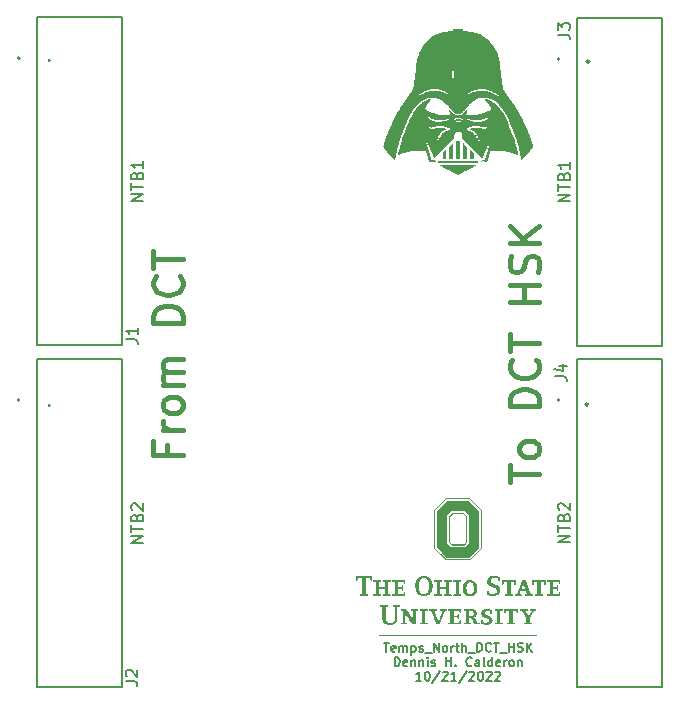
<source format=gbr>
%TF.GenerationSoftware,KiCad,Pcbnew,(6.0.9)*%
%TF.CreationDate,2023-01-22T20:54:45-05:00*%
%TF.ProjectId,Temps_North_DCT_HSK,54656d70-735f-44e6-9f72-74685f444354,rev?*%
%TF.SameCoordinates,Original*%
%TF.FileFunction,Legend,Top*%
%TF.FilePolarity,Positive*%
%FSLAX46Y46*%
G04 Gerber Fmt 4.6, Leading zero omitted, Abs format (unit mm)*
G04 Created by KiCad (PCBNEW (6.0.9)) date 2023-01-22 20:54:45*
%MOMM*%
%LPD*%
G01*
G04 APERTURE LIST*
%ADD10C,0.254000*%
%ADD11C,0.400000*%
%ADD12C,0.150000*%
%ADD13C,0.200000*%
%ADD14C,0.127000*%
G04 APERTURE END LIST*
D10*
X138392956Y-50900000D02*
G75*
G03*
X138392956Y-50900000I-102956J0D01*
G01*
X92670001Y-50830000D02*
G75*
G03*
X92670001Y-50830000I-1J0D01*
G01*
X92680001Y-80020000D02*
G75*
G03*
X92680001Y-80020000I-1J0D01*
G01*
X138312956Y-79920000D02*
G75*
G03*
X138312956Y-79920000I-102956J0D01*
G01*
D11*
X131663352Y-86514980D02*
X131663352Y-85086409D01*
X134163352Y-85800695D02*
X131663352Y-85800695D01*
X134163352Y-83895933D02*
X134044304Y-84134028D01*
X133925257Y-84253076D01*
X133687161Y-84372123D01*
X132972876Y-84372123D01*
X132734780Y-84253076D01*
X132615733Y-84134028D01*
X132496685Y-83895933D01*
X132496685Y-83538790D01*
X132615733Y-83300695D01*
X132734780Y-83181647D01*
X132972876Y-83062600D01*
X133687161Y-83062600D01*
X133925257Y-83181647D01*
X134044304Y-83300695D01*
X134163352Y-83538790D01*
X134163352Y-83895933D01*
X134163352Y-80086409D02*
X131663352Y-80086409D01*
X131663352Y-79491171D01*
X131782400Y-79134028D01*
X132020495Y-78895933D01*
X132258590Y-78776885D01*
X132734780Y-78657838D01*
X133091923Y-78657838D01*
X133568114Y-78776885D01*
X133806209Y-78895933D01*
X134044304Y-79134028D01*
X134163352Y-79491171D01*
X134163352Y-80086409D01*
X133925257Y-76157838D02*
X134044304Y-76276885D01*
X134163352Y-76634028D01*
X134163352Y-76872123D01*
X134044304Y-77229266D01*
X133806209Y-77467361D01*
X133568114Y-77586409D01*
X133091923Y-77705457D01*
X132734780Y-77705457D01*
X132258590Y-77586409D01*
X132020495Y-77467361D01*
X131782400Y-77229266D01*
X131663352Y-76872123D01*
X131663352Y-76634028D01*
X131782400Y-76276885D01*
X131901447Y-76157838D01*
X131663352Y-75443552D02*
X131663352Y-74014980D01*
X134163352Y-74729266D02*
X131663352Y-74729266D01*
X134163352Y-71276885D02*
X131663352Y-71276885D01*
X132853828Y-71276885D02*
X132853828Y-69848314D01*
X134163352Y-69848314D02*
X131663352Y-69848314D01*
X134044304Y-68776885D02*
X134163352Y-68419742D01*
X134163352Y-67824504D01*
X134044304Y-67586409D01*
X133925257Y-67467361D01*
X133687161Y-67348314D01*
X133449066Y-67348314D01*
X133210971Y-67467361D01*
X133091923Y-67586409D01*
X132972876Y-67824504D01*
X132853828Y-68300695D01*
X132734780Y-68538790D01*
X132615733Y-68657838D01*
X132377638Y-68776885D01*
X132139542Y-68776885D01*
X131901447Y-68657838D01*
X131782400Y-68538790D01*
X131663352Y-68300695D01*
X131663352Y-67705457D01*
X131782400Y-67348314D01*
X134163352Y-66276885D02*
X131663352Y-66276885D01*
X134163352Y-64848314D02*
X132734780Y-65919742D01*
X131663352Y-64848314D02*
X133091923Y-66276885D01*
D12*
X120993685Y-100118494D02*
X121429114Y-100118494D01*
X121211400Y-100880494D02*
X121211400Y-100118494D01*
X121973400Y-100844208D02*
X121900828Y-100880494D01*
X121755685Y-100880494D01*
X121683114Y-100844208D01*
X121646828Y-100771637D01*
X121646828Y-100481351D01*
X121683114Y-100408780D01*
X121755685Y-100372494D01*
X121900828Y-100372494D01*
X121973400Y-100408780D01*
X122009685Y-100481351D01*
X122009685Y-100553922D01*
X121646828Y-100626494D01*
X122336257Y-100880494D02*
X122336257Y-100372494D01*
X122336257Y-100445065D02*
X122372542Y-100408780D01*
X122445114Y-100372494D01*
X122553971Y-100372494D01*
X122626542Y-100408780D01*
X122662828Y-100481351D01*
X122662828Y-100880494D01*
X122662828Y-100481351D02*
X122699114Y-100408780D01*
X122771685Y-100372494D01*
X122880542Y-100372494D01*
X122953114Y-100408780D01*
X122989400Y-100481351D01*
X122989400Y-100880494D01*
X123352257Y-100372494D02*
X123352257Y-101134494D01*
X123352257Y-100408780D02*
X123424828Y-100372494D01*
X123569971Y-100372494D01*
X123642542Y-100408780D01*
X123678828Y-100445065D01*
X123715114Y-100517637D01*
X123715114Y-100735351D01*
X123678828Y-100807922D01*
X123642542Y-100844208D01*
X123569971Y-100880494D01*
X123424828Y-100880494D01*
X123352257Y-100844208D01*
X124005400Y-100844208D02*
X124077971Y-100880494D01*
X124223114Y-100880494D01*
X124295685Y-100844208D01*
X124331971Y-100771637D01*
X124331971Y-100735351D01*
X124295685Y-100662780D01*
X124223114Y-100626494D01*
X124114257Y-100626494D01*
X124041685Y-100590208D01*
X124005400Y-100517637D01*
X124005400Y-100481351D01*
X124041685Y-100408780D01*
X124114257Y-100372494D01*
X124223114Y-100372494D01*
X124295685Y-100408780D01*
X124477114Y-100953065D02*
X125057685Y-100953065D01*
X125239114Y-100880494D02*
X125239114Y-100118494D01*
X125674542Y-100880494D01*
X125674542Y-100118494D01*
X126146257Y-100880494D02*
X126073685Y-100844208D01*
X126037400Y-100807922D01*
X126001114Y-100735351D01*
X126001114Y-100517637D01*
X126037400Y-100445065D01*
X126073685Y-100408780D01*
X126146257Y-100372494D01*
X126255114Y-100372494D01*
X126327685Y-100408780D01*
X126363971Y-100445065D01*
X126400257Y-100517637D01*
X126400257Y-100735351D01*
X126363971Y-100807922D01*
X126327685Y-100844208D01*
X126255114Y-100880494D01*
X126146257Y-100880494D01*
X126726828Y-100880494D02*
X126726828Y-100372494D01*
X126726828Y-100517637D02*
X126763114Y-100445065D01*
X126799400Y-100408780D01*
X126871971Y-100372494D01*
X126944542Y-100372494D01*
X127089685Y-100372494D02*
X127379971Y-100372494D01*
X127198542Y-100118494D02*
X127198542Y-100771637D01*
X127234828Y-100844208D01*
X127307400Y-100880494D01*
X127379971Y-100880494D01*
X127633971Y-100880494D02*
X127633971Y-100118494D01*
X127960542Y-100880494D02*
X127960542Y-100481351D01*
X127924257Y-100408780D01*
X127851685Y-100372494D01*
X127742828Y-100372494D01*
X127670257Y-100408780D01*
X127633971Y-100445065D01*
X128141971Y-100953065D02*
X128722542Y-100953065D01*
X128903971Y-100880494D02*
X128903971Y-100118494D01*
X129085400Y-100118494D01*
X129194257Y-100154780D01*
X129266828Y-100227351D01*
X129303114Y-100299922D01*
X129339400Y-100445065D01*
X129339400Y-100553922D01*
X129303114Y-100699065D01*
X129266828Y-100771637D01*
X129194257Y-100844208D01*
X129085400Y-100880494D01*
X128903971Y-100880494D01*
X130101400Y-100807922D02*
X130065114Y-100844208D01*
X129956257Y-100880494D01*
X129883685Y-100880494D01*
X129774828Y-100844208D01*
X129702257Y-100771637D01*
X129665971Y-100699065D01*
X129629685Y-100553922D01*
X129629685Y-100445065D01*
X129665971Y-100299922D01*
X129702257Y-100227351D01*
X129774828Y-100154780D01*
X129883685Y-100118494D01*
X129956257Y-100118494D01*
X130065114Y-100154780D01*
X130101400Y-100191065D01*
X130319114Y-100118494D02*
X130754542Y-100118494D01*
X130536828Y-100880494D02*
X130536828Y-100118494D01*
X130827114Y-100953065D02*
X131407685Y-100953065D01*
X131589114Y-100880494D02*
X131589114Y-100118494D01*
X131589114Y-100481351D02*
X132024542Y-100481351D01*
X132024542Y-100880494D02*
X132024542Y-100118494D01*
X132351114Y-100844208D02*
X132459971Y-100880494D01*
X132641400Y-100880494D01*
X132713971Y-100844208D01*
X132750257Y-100807922D01*
X132786542Y-100735351D01*
X132786542Y-100662780D01*
X132750257Y-100590208D01*
X132713971Y-100553922D01*
X132641400Y-100517637D01*
X132496257Y-100481351D01*
X132423685Y-100445065D01*
X132387400Y-100408780D01*
X132351114Y-100336208D01*
X132351114Y-100263637D01*
X132387400Y-100191065D01*
X132423685Y-100154780D01*
X132496257Y-100118494D01*
X132677685Y-100118494D01*
X132786542Y-100154780D01*
X133113114Y-100880494D02*
X133113114Y-100118494D01*
X133548542Y-100880494D02*
X133221971Y-100445065D01*
X133548542Y-100118494D02*
X133113114Y-100553922D01*
X121918971Y-102107314D02*
X121918971Y-101345314D01*
X122100400Y-101345314D01*
X122209257Y-101381600D01*
X122281828Y-101454171D01*
X122318114Y-101526742D01*
X122354400Y-101671885D01*
X122354400Y-101780742D01*
X122318114Y-101925885D01*
X122281828Y-101998457D01*
X122209257Y-102071028D01*
X122100400Y-102107314D01*
X121918971Y-102107314D01*
X122971257Y-102071028D02*
X122898685Y-102107314D01*
X122753542Y-102107314D01*
X122680971Y-102071028D01*
X122644685Y-101998457D01*
X122644685Y-101708171D01*
X122680971Y-101635600D01*
X122753542Y-101599314D01*
X122898685Y-101599314D01*
X122971257Y-101635600D01*
X123007542Y-101708171D01*
X123007542Y-101780742D01*
X122644685Y-101853314D01*
X123334114Y-101599314D02*
X123334114Y-102107314D01*
X123334114Y-101671885D02*
X123370400Y-101635600D01*
X123442971Y-101599314D01*
X123551828Y-101599314D01*
X123624400Y-101635600D01*
X123660685Y-101708171D01*
X123660685Y-102107314D01*
X124023542Y-101599314D02*
X124023542Y-102107314D01*
X124023542Y-101671885D02*
X124059828Y-101635600D01*
X124132400Y-101599314D01*
X124241257Y-101599314D01*
X124313828Y-101635600D01*
X124350114Y-101708171D01*
X124350114Y-102107314D01*
X124712971Y-102107314D02*
X124712971Y-101599314D01*
X124712971Y-101345314D02*
X124676685Y-101381600D01*
X124712971Y-101417885D01*
X124749257Y-101381600D01*
X124712971Y-101345314D01*
X124712971Y-101417885D01*
X125039542Y-102071028D02*
X125112114Y-102107314D01*
X125257257Y-102107314D01*
X125329828Y-102071028D01*
X125366114Y-101998457D01*
X125366114Y-101962171D01*
X125329828Y-101889600D01*
X125257257Y-101853314D01*
X125148400Y-101853314D01*
X125075828Y-101817028D01*
X125039542Y-101744457D01*
X125039542Y-101708171D01*
X125075828Y-101635600D01*
X125148400Y-101599314D01*
X125257257Y-101599314D01*
X125329828Y-101635600D01*
X126273257Y-102107314D02*
X126273257Y-101345314D01*
X126273257Y-101708171D02*
X126708685Y-101708171D01*
X126708685Y-102107314D02*
X126708685Y-101345314D01*
X127071542Y-102034742D02*
X127107828Y-102071028D01*
X127071542Y-102107314D01*
X127035257Y-102071028D01*
X127071542Y-102034742D01*
X127071542Y-102107314D01*
X128450400Y-102034742D02*
X128414114Y-102071028D01*
X128305257Y-102107314D01*
X128232685Y-102107314D01*
X128123828Y-102071028D01*
X128051257Y-101998457D01*
X128014971Y-101925885D01*
X127978685Y-101780742D01*
X127978685Y-101671885D01*
X128014971Y-101526742D01*
X128051257Y-101454171D01*
X128123828Y-101381600D01*
X128232685Y-101345314D01*
X128305257Y-101345314D01*
X128414114Y-101381600D01*
X128450400Y-101417885D01*
X129103542Y-102107314D02*
X129103542Y-101708171D01*
X129067257Y-101635600D01*
X128994685Y-101599314D01*
X128849542Y-101599314D01*
X128776971Y-101635600D01*
X129103542Y-102071028D02*
X129030971Y-102107314D01*
X128849542Y-102107314D01*
X128776971Y-102071028D01*
X128740685Y-101998457D01*
X128740685Y-101925885D01*
X128776971Y-101853314D01*
X128849542Y-101817028D01*
X129030971Y-101817028D01*
X129103542Y-101780742D01*
X129575257Y-102107314D02*
X129502685Y-102071028D01*
X129466400Y-101998457D01*
X129466400Y-101345314D01*
X130192114Y-102107314D02*
X130192114Y-101345314D01*
X130192114Y-102071028D02*
X130119542Y-102107314D01*
X129974400Y-102107314D01*
X129901828Y-102071028D01*
X129865542Y-102034742D01*
X129829257Y-101962171D01*
X129829257Y-101744457D01*
X129865542Y-101671885D01*
X129901828Y-101635600D01*
X129974400Y-101599314D01*
X130119542Y-101599314D01*
X130192114Y-101635600D01*
X130845257Y-102071028D02*
X130772685Y-102107314D01*
X130627542Y-102107314D01*
X130554971Y-102071028D01*
X130518685Y-101998457D01*
X130518685Y-101708171D01*
X130554971Y-101635600D01*
X130627542Y-101599314D01*
X130772685Y-101599314D01*
X130845257Y-101635600D01*
X130881542Y-101708171D01*
X130881542Y-101780742D01*
X130518685Y-101853314D01*
X131208114Y-102107314D02*
X131208114Y-101599314D01*
X131208114Y-101744457D02*
X131244400Y-101671885D01*
X131280685Y-101635600D01*
X131353257Y-101599314D01*
X131425828Y-101599314D01*
X131788685Y-102107314D02*
X131716114Y-102071028D01*
X131679828Y-102034742D01*
X131643542Y-101962171D01*
X131643542Y-101744457D01*
X131679828Y-101671885D01*
X131716114Y-101635600D01*
X131788685Y-101599314D01*
X131897542Y-101599314D01*
X131970114Y-101635600D01*
X132006400Y-101671885D01*
X132042685Y-101744457D01*
X132042685Y-101962171D01*
X132006400Y-102034742D01*
X131970114Y-102071028D01*
X131897542Y-102107314D01*
X131788685Y-102107314D01*
X132369257Y-101599314D02*
X132369257Y-102107314D01*
X132369257Y-101671885D02*
X132405542Y-101635600D01*
X132478114Y-101599314D01*
X132586971Y-101599314D01*
X132659542Y-101635600D01*
X132695828Y-101708171D01*
X132695828Y-102107314D01*
X124186828Y-103334134D02*
X123751400Y-103334134D01*
X123969114Y-103334134D02*
X123969114Y-102572134D01*
X123896542Y-102680991D01*
X123823971Y-102753562D01*
X123751400Y-102789848D01*
X124658542Y-102572134D02*
X124731114Y-102572134D01*
X124803685Y-102608420D01*
X124839971Y-102644705D01*
X124876257Y-102717277D01*
X124912542Y-102862420D01*
X124912542Y-103043848D01*
X124876257Y-103188991D01*
X124839971Y-103261562D01*
X124803685Y-103297848D01*
X124731114Y-103334134D01*
X124658542Y-103334134D01*
X124585971Y-103297848D01*
X124549685Y-103261562D01*
X124513400Y-103188991D01*
X124477114Y-103043848D01*
X124477114Y-102862420D01*
X124513400Y-102717277D01*
X124549685Y-102644705D01*
X124585971Y-102608420D01*
X124658542Y-102572134D01*
X125783400Y-102535848D02*
X125130257Y-103515562D01*
X126001114Y-102644705D02*
X126037400Y-102608420D01*
X126109971Y-102572134D01*
X126291400Y-102572134D01*
X126363971Y-102608420D01*
X126400257Y-102644705D01*
X126436542Y-102717277D01*
X126436542Y-102789848D01*
X126400257Y-102898705D01*
X125964828Y-103334134D01*
X126436542Y-103334134D01*
X127162257Y-103334134D02*
X126726828Y-103334134D01*
X126944542Y-103334134D02*
X126944542Y-102572134D01*
X126871971Y-102680991D01*
X126799400Y-102753562D01*
X126726828Y-102789848D01*
X128033114Y-102535848D02*
X127379971Y-103515562D01*
X128250828Y-102644705D02*
X128287114Y-102608420D01*
X128359685Y-102572134D01*
X128541114Y-102572134D01*
X128613685Y-102608420D01*
X128649971Y-102644705D01*
X128686257Y-102717277D01*
X128686257Y-102789848D01*
X128649971Y-102898705D01*
X128214542Y-103334134D01*
X128686257Y-103334134D01*
X129157971Y-102572134D02*
X129230542Y-102572134D01*
X129303114Y-102608420D01*
X129339400Y-102644705D01*
X129375685Y-102717277D01*
X129411971Y-102862420D01*
X129411971Y-103043848D01*
X129375685Y-103188991D01*
X129339400Y-103261562D01*
X129303114Y-103297848D01*
X129230542Y-103334134D01*
X129157971Y-103334134D01*
X129085400Y-103297848D01*
X129049114Y-103261562D01*
X129012828Y-103188991D01*
X128976542Y-103043848D01*
X128976542Y-102862420D01*
X129012828Y-102717277D01*
X129049114Y-102644705D01*
X129085400Y-102608420D01*
X129157971Y-102572134D01*
X129702257Y-102644705D02*
X129738542Y-102608420D01*
X129811114Y-102572134D01*
X129992542Y-102572134D01*
X130065114Y-102608420D01*
X130101400Y-102644705D01*
X130137685Y-102717277D01*
X130137685Y-102789848D01*
X130101400Y-102898705D01*
X129665971Y-103334134D01*
X130137685Y-103334134D01*
X130427971Y-102644705D02*
X130464257Y-102608420D01*
X130536828Y-102572134D01*
X130718257Y-102572134D01*
X130790828Y-102608420D01*
X130827114Y-102644705D01*
X130863400Y-102717277D01*
X130863400Y-102789848D01*
X130827114Y-102898705D01*
X130391685Y-103334134D01*
X130863400Y-103334134D01*
D13*
X100634780Y-91660458D02*
X99634780Y-91660458D01*
X100634780Y-91089029D01*
X99634780Y-91089029D01*
X99634780Y-90755696D02*
X99634780Y-90184267D01*
X100634780Y-90469981D02*
X99634780Y-90469981D01*
X100110971Y-89517601D02*
X100158590Y-89374743D01*
X100206209Y-89327124D01*
X100301447Y-89279505D01*
X100444304Y-89279505D01*
X100539542Y-89327124D01*
X100587161Y-89374743D01*
X100634780Y-89469981D01*
X100634780Y-89850934D01*
X99634780Y-89850934D01*
X99634780Y-89517601D01*
X99682400Y-89422362D01*
X99730019Y-89374743D01*
X99825257Y-89327124D01*
X99920495Y-89327124D01*
X100015733Y-89374743D01*
X100063352Y-89422362D01*
X100110971Y-89517601D01*
X100110971Y-89850934D01*
X99730019Y-88898553D02*
X99682400Y-88850934D01*
X99634780Y-88755696D01*
X99634780Y-88517601D01*
X99682400Y-88422362D01*
X99730019Y-88374743D01*
X99825257Y-88327124D01*
X99920495Y-88327124D01*
X100063352Y-88374743D01*
X100634780Y-88946172D01*
X100634780Y-88327124D01*
X136759780Y-91630457D02*
X135759780Y-91630457D01*
X136759780Y-91059028D01*
X135759780Y-91059028D01*
X135759780Y-90725695D02*
X135759780Y-90154266D01*
X136759780Y-90439980D02*
X135759780Y-90439980D01*
X136235971Y-89487600D02*
X136283590Y-89344742D01*
X136331209Y-89297123D01*
X136426447Y-89249504D01*
X136569304Y-89249504D01*
X136664542Y-89297123D01*
X136712161Y-89344742D01*
X136759780Y-89439980D01*
X136759780Y-89820933D01*
X135759780Y-89820933D01*
X135759780Y-89487600D01*
X135807400Y-89392361D01*
X135855019Y-89344742D01*
X135950257Y-89297123D01*
X136045495Y-89297123D01*
X136140733Y-89344742D01*
X136188352Y-89392361D01*
X136235971Y-89487600D01*
X136235971Y-89820933D01*
X135855019Y-88868552D02*
X135807400Y-88820933D01*
X135759780Y-88725695D01*
X135759780Y-88487600D01*
X135807400Y-88392361D01*
X135855019Y-88344742D01*
X135950257Y-88297123D01*
X136045495Y-88297123D01*
X136188352Y-88344742D01*
X136759780Y-88916171D01*
X136759780Y-88297123D01*
D11*
X102678828Y-83381647D02*
X102678828Y-84214980D01*
X103988352Y-84214980D02*
X101488352Y-84214980D01*
X101488352Y-83024504D01*
X103988352Y-82072123D02*
X102321685Y-82072123D01*
X102797876Y-82072123D02*
X102559780Y-81953076D01*
X102440733Y-81834028D01*
X102321685Y-81595933D01*
X102321685Y-81357838D01*
X103988352Y-80167361D02*
X103869304Y-80405457D01*
X103750257Y-80524504D01*
X103512161Y-80643552D01*
X102797876Y-80643552D01*
X102559780Y-80524504D01*
X102440733Y-80405457D01*
X102321685Y-80167361D01*
X102321685Y-79810219D01*
X102440733Y-79572123D01*
X102559780Y-79453076D01*
X102797876Y-79334028D01*
X103512161Y-79334028D01*
X103750257Y-79453076D01*
X103869304Y-79572123D01*
X103988352Y-79810219D01*
X103988352Y-80167361D01*
X103988352Y-78262600D02*
X102321685Y-78262600D01*
X102559780Y-78262600D02*
X102440733Y-78143552D01*
X102321685Y-77905457D01*
X102321685Y-77548314D01*
X102440733Y-77310219D01*
X102678828Y-77191171D01*
X103988352Y-77191171D01*
X102678828Y-77191171D02*
X102440733Y-77072123D01*
X102321685Y-76834028D01*
X102321685Y-76476885D01*
X102440733Y-76238790D01*
X102678828Y-76119742D01*
X103988352Y-76119742D01*
X103988352Y-73024504D02*
X101488352Y-73024504D01*
X101488352Y-72429266D01*
X101607400Y-72072123D01*
X101845495Y-71834028D01*
X102083590Y-71714980D01*
X102559780Y-71595933D01*
X102916923Y-71595933D01*
X103393114Y-71714980D01*
X103631209Y-71834028D01*
X103869304Y-72072123D01*
X103988352Y-72429266D01*
X103988352Y-73024504D01*
X103750257Y-69095933D02*
X103869304Y-69214980D01*
X103988352Y-69572123D01*
X103988352Y-69810219D01*
X103869304Y-70167361D01*
X103631209Y-70405457D01*
X103393114Y-70524504D01*
X102916923Y-70643552D01*
X102559780Y-70643552D01*
X102083590Y-70524504D01*
X101845495Y-70405457D01*
X101607400Y-70167361D01*
X101488352Y-69810219D01*
X101488352Y-69572123D01*
X101607400Y-69214980D01*
X101726447Y-69095933D01*
X101488352Y-68381647D02*
X101488352Y-66953076D01*
X103988352Y-67667361D02*
X101488352Y-67667361D01*
D13*
X136759780Y-62755258D02*
X135759780Y-62755258D01*
X136759780Y-62183829D01*
X135759780Y-62183829D01*
X135759780Y-61850496D02*
X135759780Y-61279067D01*
X136759780Y-61564781D02*
X135759780Y-61564781D01*
X136235971Y-60612401D02*
X136283590Y-60469543D01*
X136331209Y-60421924D01*
X136426447Y-60374305D01*
X136569304Y-60374305D01*
X136664542Y-60421924D01*
X136712161Y-60469543D01*
X136759780Y-60564781D01*
X136759780Y-60945734D01*
X135759780Y-60945734D01*
X135759780Y-60612401D01*
X135807400Y-60517162D01*
X135855019Y-60469543D01*
X135950257Y-60421924D01*
X136045495Y-60421924D01*
X136140733Y-60469543D01*
X136188352Y-60517162D01*
X136235971Y-60612401D01*
X136235971Y-60945734D01*
X136759780Y-59421924D02*
X136759780Y-59993353D01*
X136759780Y-59707639D02*
X135759780Y-59707639D01*
X135902638Y-59802877D01*
X135997876Y-59898115D01*
X136045495Y-59993353D01*
X100634780Y-62704458D02*
X99634780Y-62704458D01*
X100634780Y-62133029D01*
X99634780Y-62133029D01*
X99634780Y-61799696D02*
X99634780Y-61228267D01*
X100634780Y-61513981D02*
X99634780Y-61513981D01*
X100110971Y-60561601D02*
X100158590Y-60418743D01*
X100206209Y-60371124D01*
X100301447Y-60323505D01*
X100444304Y-60323505D01*
X100539542Y-60371124D01*
X100587161Y-60418743D01*
X100634780Y-60513981D01*
X100634780Y-60894934D01*
X99634780Y-60894934D01*
X99634780Y-60561601D01*
X99682400Y-60466362D01*
X99730019Y-60418743D01*
X99825257Y-60371124D01*
X99920495Y-60371124D01*
X100015733Y-60418743D01*
X100063352Y-60466362D01*
X100110971Y-60561601D01*
X100110971Y-60894934D01*
X100634780Y-59371124D02*
X100634780Y-59942553D01*
X100634780Y-59656839D02*
X99634780Y-59656839D01*
X99777638Y-59752077D01*
X99872876Y-59847315D01*
X99920495Y-59942553D01*
D12*
%TO.C,J2*%
X99147380Y-103406533D02*
X99861666Y-103406533D01*
X100004523Y-103454152D01*
X100099761Y-103549390D01*
X100147380Y-103692247D01*
X100147380Y-103787485D01*
X99242619Y-102977961D02*
X99195000Y-102930342D01*
X99147380Y-102835104D01*
X99147380Y-102597009D01*
X99195000Y-102501771D01*
X99242619Y-102454152D01*
X99337857Y-102406533D01*
X99433095Y-102406533D01*
X99575952Y-102454152D01*
X100147380Y-103025580D01*
X100147380Y-102406533D01*
%TO.C,J3*%
X135748780Y-48644133D02*
X136463066Y-48644133D01*
X136605923Y-48691752D01*
X136701161Y-48786990D01*
X136748780Y-48929847D01*
X136748780Y-49025085D01*
X135748780Y-48263180D02*
X135748780Y-47644133D01*
X136129733Y-47977466D01*
X136129733Y-47834609D01*
X136177352Y-47739371D01*
X136224971Y-47691752D01*
X136320209Y-47644133D01*
X136558304Y-47644133D01*
X136653542Y-47691752D01*
X136701161Y-47739371D01*
X136748780Y-47834609D01*
X136748780Y-48120323D01*
X136701161Y-48215561D01*
X136653542Y-48263180D01*
%TO.C,J4*%
X135494780Y-77574733D02*
X136209066Y-77574733D01*
X136351923Y-77622352D01*
X136447161Y-77717590D01*
X136494780Y-77860447D01*
X136494780Y-77955685D01*
X135828114Y-76669971D02*
X136494780Y-76669971D01*
X135447161Y-76908066D02*
X136161447Y-77146161D01*
X136161447Y-76527114D01*
%TO.C,J1*%
X99172780Y-74450533D02*
X99887066Y-74450533D01*
X100029923Y-74498152D01*
X100125161Y-74593390D01*
X100172780Y-74736247D01*
X100172780Y-74831485D01*
X100172780Y-73450533D02*
X100172780Y-74021961D01*
X100172780Y-73736247D02*
X99172780Y-73736247D01*
X99315638Y-73831485D01*
X99410876Y-73926723D01*
X99458495Y-74021961D01*
D14*
%TO.C,J2*%
X98831600Y-103911600D02*
X91617600Y-103911600D01*
X98831600Y-76123600D02*
X98831600Y-103911600D01*
X91617600Y-76123600D02*
X98831600Y-76123600D01*
X91617600Y-103911600D02*
X91617600Y-76123600D01*
D13*
X90183080Y-79583280D02*
G75*
G03*
X90183080Y-79583280I-100000J0D01*
G01*
%TO.C,G\u002A\u002A\u002A*%
G36*
X127705069Y-95330468D02*
G01*
X127709532Y-95277616D01*
X127717341Y-95235176D01*
X127729342Y-95195810D01*
X127740919Y-95165577D01*
X127803186Y-95051632D01*
X127889212Y-94959748D01*
X127998488Y-94890460D01*
X128006341Y-94886770D01*
X128052478Y-94866637D01*
X128092635Y-94853279D01*
X128135532Y-94845317D01*
X128189891Y-94841371D01*
X128264433Y-94840063D01*
X128302309Y-94839969D01*
X128421963Y-94842796D01*
X128516638Y-94852980D01*
X128593403Y-94872863D01*
X128659328Y-94904787D01*
X128721484Y-94951096D01*
X128767228Y-94994017D01*
X128833861Y-95072493D01*
X128881856Y-95158664D01*
X128913181Y-95258474D01*
X128929808Y-95377868D01*
X128933857Y-95496764D01*
X128923399Y-95662982D01*
X128891806Y-95804659D01*
X128838746Y-95922146D01*
X128763890Y-96015790D01*
X128666907Y-96085939D01*
X128547468Y-96132943D01*
X128405240Y-96157151D01*
X128304655Y-96160859D01*
X128173774Y-96153057D01*
X128064357Y-96130707D01*
X128053566Y-96127404D01*
X127947286Y-96077469D01*
X127853792Y-96001632D01*
X127779205Y-95905736D01*
X127741310Y-95829267D01*
X127725937Y-95786351D01*
X127715290Y-95744985D01*
X127708509Y-95697743D01*
X127704733Y-95637202D01*
X127703103Y-95555936D01*
X127702803Y-95496764D01*
X128010355Y-95496764D01*
X128011477Y-95604810D01*
X128015733Y-95687207D01*
X128024457Y-95750695D01*
X128038985Y-95802015D01*
X128060651Y-95847905D01*
X128088626Y-95891981D01*
X128134708Y-95936704D01*
X128199898Y-95973418D01*
X128270898Y-95995591D01*
X128306885Y-95999217D01*
X128358420Y-95992887D01*
X128414033Y-95976938D01*
X128420201Y-95974470D01*
X128491793Y-95934156D01*
X128546273Y-95878346D01*
X128585136Y-95803651D01*
X128609878Y-95706681D01*
X128621994Y-95584044D01*
X128623778Y-95512983D01*
X128618815Y-95367886D01*
X128601115Y-95250481D01*
X128569598Y-95158183D01*
X128523180Y-95088411D01*
X128460777Y-95038581D01*
X128416066Y-95017505D01*
X128321288Y-94996653D01*
X128232207Y-95006511D01*
X128152862Y-95045392D01*
X128087293Y-95111611D01*
X128053867Y-95168741D01*
X128036694Y-95207350D01*
X128024744Y-95242140D01*
X128017077Y-95280207D01*
X128012751Y-95328646D01*
X128010825Y-95394552D01*
X128010358Y-95485019D01*
X128010355Y-95496764D01*
X127702803Y-95496764D01*
X127703108Y-95401071D01*
X127705069Y-95330468D01*
G37*
G36*
X125955491Y-94908801D02*
G01*
X125951378Y-94943060D01*
X125940873Y-94962564D01*
X125915879Y-94973475D01*
X125868298Y-94981958D01*
X125857194Y-94983630D01*
X125763931Y-94997636D01*
X125763931Y-95383226D01*
X126267770Y-95383226D01*
X126263201Y-95192645D01*
X126258631Y-95002064D01*
X126169423Y-94985061D01*
X126118598Y-94974313D01*
X126091460Y-94962511D01*
X126079759Y-94942909D01*
X126075243Y-94908765D01*
X126075181Y-94908017D01*
X126070147Y-94847977D01*
X126755289Y-94847977D01*
X126750255Y-94908801D01*
X126746142Y-94943060D01*
X126735637Y-94962564D01*
X126710642Y-94973475D01*
X126663062Y-94981958D01*
X126651958Y-94983630D01*
X126558695Y-94997636D01*
X126558695Y-95995891D01*
X126651958Y-96009897D01*
X126704261Y-96018585D01*
X126732580Y-96028636D01*
X126745010Y-96046215D01*
X126749649Y-96077484D01*
X126750255Y-96084727D01*
X126755289Y-96145550D01*
X126072105Y-96145550D01*
X126072105Y-96020312D01*
X126153589Y-96010661D01*
X126203730Y-96003251D01*
X126240651Y-95995128D01*
X126250907Y-95991225D01*
X126257005Y-95971895D01*
X126261932Y-95925739D01*
X126265300Y-95858363D01*
X126266720Y-95775372D01*
X126266741Y-95763431D01*
X126266741Y-95545423D01*
X125763931Y-95545423D01*
X125763931Y-95995891D01*
X125857194Y-96009897D01*
X125909498Y-96018585D01*
X125937816Y-96028636D01*
X125950246Y-96046215D01*
X125954885Y-96077484D01*
X125955491Y-96084727D01*
X125960525Y-96145550D01*
X125277341Y-96145550D01*
X125277341Y-96019983D01*
X125471977Y-95997963D01*
X125471977Y-94997636D01*
X125378714Y-94983630D01*
X125326411Y-94974942D01*
X125298092Y-94964891D01*
X125285662Y-94947313D01*
X125281023Y-94916043D01*
X125280417Y-94908801D01*
X125275383Y-94847977D01*
X125960525Y-94847977D01*
X125955491Y-94908801D01*
G37*
G36*
X132186920Y-95204810D02*
G01*
X132059150Y-95204810D01*
X132048835Y-95127766D01*
X132040983Y-95072114D01*
X132031021Y-95037521D01*
X132012091Y-95018991D01*
X131977334Y-95011531D01*
X131919891Y-95010146D01*
X131887365Y-95010174D01*
X131748989Y-95010174D01*
X131748989Y-95997239D01*
X131927405Y-96019531D01*
X131927405Y-96145550D01*
X131262398Y-96145550D01*
X131262398Y-96019531D01*
X131351607Y-96008385D01*
X131440815Y-95997239D01*
X131440815Y-95010174D01*
X131303257Y-95010174D01*
X131235780Y-95010042D01*
X131193545Y-95013562D01*
X131169431Y-95026603D01*
X131156315Y-95055039D01*
X131147075Y-95104739D01*
X131140951Y-95143986D01*
X131132357Y-95183190D01*
X131116395Y-95200438D01*
X131082148Y-95204714D01*
X131067028Y-95204810D01*
X131002884Y-95204810D01*
X131002884Y-94847977D01*
X132186920Y-94847977D01*
X132186920Y-95204810D01*
G37*
G36*
X127564314Y-97621540D02*
G01*
X127436891Y-97621540D01*
X127414599Y-97443124D01*
X126930718Y-97443124D01*
X126935287Y-97633705D01*
X126939857Y-97824286D01*
X127231582Y-97824286D01*
X127248693Y-97743188D01*
X127260600Y-97694952D01*
X127274474Y-97670046D01*
X127297300Y-97659752D01*
X127317741Y-97657007D01*
X127369678Y-97651924D01*
X127369678Y-98140570D01*
X127314999Y-98140570D01*
X127282468Y-98138783D01*
X127264871Y-98127899D01*
X127255522Y-98099633D01*
X127249562Y-98059471D01*
X127238804Y-97978373D01*
X126931747Y-97978373D01*
X126931747Y-98416304D01*
X127414599Y-98416304D01*
X127436891Y-98237888D01*
X127564314Y-98237888D01*
X127564314Y-98578501D01*
X126445157Y-98578501D01*
X126445157Y-98521223D01*
X126446894Y-98487751D01*
X126456690Y-98467136D01*
X126481420Y-98454680D01*
X126527958Y-98445681D01*
X126562750Y-98440850D01*
X126639793Y-98430536D01*
X126639793Y-97430587D01*
X126546530Y-97416581D01*
X126494296Y-97407940D01*
X126466464Y-97398255D01*
X126455350Y-97381695D01*
X126453274Y-97352429D01*
X126453267Y-97345806D01*
X126453267Y-97289037D01*
X127008791Y-97284769D01*
X127564314Y-97280501D01*
X127564314Y-97621540D01*
G37*
G36*
X125930291Y-88542471D02*
G01*
X126372386Y-88100595D01*
X128237656Y-88100595D01*
X128671419Y-88534582D01*
X129105183Y-88968569D01*
X129105183Y-92067104D01*
X128236047Y-92934056D01*
X126371947Y-92934056D01*
X125930072Y-92491962D01*
X125488197Y-92049867D01*
X125488197Y-91676502D01*
X126380278Y-91676502D01*
X126554363Y-91851129D01*
X126728448Y-92025755D01*
X127880044Y-92025755D01*
X128046572Y-91859793D01*
X128213101Y-91693831D01*
X128213101Y-89341929D01*
X127864931Y-88992677D01*
X126745729Y-88992677D01*
X126563003Y-89174884D01*
X126380278Y-89357090D01*
X126380278Y-91676502D01*
X125488197Y-91676502D01*
X125488197Y-88984346D01*
X125930291Y-88542471D01*
G37*
G36*
X126347839Y-97405434D02*
G01*
X126256004Y-97420224D01*
X126164170Y-97435014D01*
X125951380Y-98002702D01*
X125738590Y-98570391D01*
X125596909Y-98575081D01*
X125527582Y-98576583D01*
X125483936Y-98574793D01*
X125459288Y-98568648D01*
X125446955Y-98557085D01*
X125443991Y-98550752D01*
X125435809Y-98529256D01*
X125417546Y-98481053D01*
X125390578Y-98409784D01*
X125356283Y-98319089D01*
X125316036Y-98212609D01*
X125271216Y-98093985D01*
X125227547Y-97978373D01*
X125022339Y-97435014D01*
X124930875Y-97420224D01*
X124839410Y-97405434D01*
X124839410Y-97280927D01*
X125504416Y-97280927D01*
X125504416Y-97406947D01*
X125415208Y-97418093D01*
X125366442Y-97425841D01*
X125334040Y-97434160D01*
X125326000Y-97439347D01*
X125331478Y-97461042D01*
X125346732Y-97506955D01*
X125369989Y-97572468D01*
X125399477Y-97652962D01*
X125433424Y-97743820D01*
X125470057Y-97840425D01*
X125507605Y-97938158D01*
X125544295Y-98032403D01*
X125578355Y-98118541D01*
X125608013Y-98191955D01*
X125631496Y-98248027D01*
X125647033Y-98282139D01*
X125652641Y-98290451D01*
X125660493Y-98273307D01*
X125677598Y-98230508D01*
X125702161Y-98166899D01*
X125732384Y-98087323D01*
X125766470Y-97996625D01*
X125802623Y-97899649D01*
X125839046Y-97801238D01*
X125873942Y-97706239D01*
X125905515Y-97619493D01*
X125931967Y-97545846D01*
X125951502Y-97490142D01*
X125962323Y-97457225D01*
X125963806Y-97451540D01*
X125950950Y-97440081D01*
X125914745Y-97427037D01*
X125877469Y-97418228D01*
X125826768Y-97407328D01*
X125800191Y-97395858D01*
X125789951Y-97377419D01*
X125788261Y-97345612D01*
X125788261Y-97289037D01*
X126347839Y-97280161D01*
X126347839Y-97405434D01*
G37*
G36*
X123115023Y-97614533D02*
G01*
X123185677Y-97712900D01*
X123254626Y-97808912D01*
X123318160Y-97897399D01*
X123372570Y-97973196D01*
X123414145Y-98031133D01*
X123432354Y-98056524D01*
X123509397Y-98164007D01*
X123509397Y-97430089D01*
X123314761Y-97407499D01*
X123314761Y-97280927D01*
X123898669Y-97280927D01*
X123898669Y-97407499D01*
X123704033Y-97430089D01*
X123704033Y-98578501D01*
X123586441Y-98577802D01*
X123468848Y-98577104D01*
X123178611Y-98165590D01*
X123104982Y-98061428D01*
X123035771Y-97963957D01*
X122973617Y-97876862D01*
X122921162Y-97803826D01*
X122881046Y-97748535D01*
X122855908Y-97714672D01*
X122850746Y-97708083D01*
X122813118Y-97662089D01*
X122812535Y-98045465D01*
X122811951Y-98428841D01*
X122905215Y-98442847D01*
X122957518Y-98451535D01*
X122985836Y-98461586D01*
X122998266Y-98479165D01*
X123002905Y-98510434D01*
X123003512Y-98517677D01*
X123008546Y-98578501D01*
X122422679Y-98578501D01*
X122422679Y-98521223D01*
X122424417Y-98487751D01*
X122434212Y-98467136D01*
X122458942Y-98454680D01*
X122505481Y-98445681D01*
X122540272Y-98440850D01*
X122617315Y-98430536D01*
X122617315Y-97430587D01*
X122524052Y-97416581D01*
X122471818Y-97407940D01*
X122443986Y-97398255D01*
X122432873Y-97381695D01*
X122430796Y-97352429D01*
X122430789Y-97345806D01*
X122430789Y-97289037D01*
X122652763Y-97284531D01*
X122874736Y-97280025D01*
X123115023Y-97614533D01*
G37*
G36*
X131067762Y-97405434D02*
G01*
X130881236Y-97435014D01*
X130876950Y-97931893D01*
X130872663Y-98428773D01*
X130966158Y-98442813D01*
X131018541Y-98451506D01*
X131046929Y-98461536D01*
X131059406Y-98479046D01*
X131064059Y-98510179D01*
X131064687Y-98517677D01*
X131069721Y-98578501D01*
X130386536Y-98578501D01*
X130386536Y-98521223D01*
X130388274Y-98487751D01*
X130398069Y-98467136D01*
X130422799Y-98454680D01*
X130469337Y-98445681D01*
X130504129Y-98440850D01*
X130581172Y-98430536D01*
X130581172Y-97430587D01*
X130487909Y-97416581D01*
X130435675Y-97407940D01*
X130407843Y-97398255D01*
X130396730Y-97381695D01*
X130394653Y-97352429D01*
X130394646Y-97345806D01*
X130394646Y-97289037D01*
X131067762Y-97280269D01*
X131067762Y-97405434D01*
G37*
G36*
X133192539Y-97406947D02*
G01*
X133102102Y-97418246D01*
X133046036Y-97428517D01*
X133020163Y-97441314D01*
X133019009Y-97448499D01*
X133030048Y-97468464D01*
X133055269Y-97510155D01*
X133091260Y-97568044D01*
X133134609Y-97636604D01*
X133148947Y-97659063D01*
X133197455Y-97734495D01*
X133231795Y-97785914D01*
X133255180Y-97816697D01*
X133270822Y-97830222D01*
X133281936Y-97829865D01*
X133291734Y-97819004D01*
X133295573Y-97813150D01*
X133313395Y-97785017D01*
X133344086Y-97736264D01*
X133383321Y-97673773D01*
X133426213Y-97605321D01*
X133532821Y-97435014D01*
X133443779Y-97420224D01*
X133354736Y-97405434D01*
X133354736Y-97280927D01*
X133922424Y-97280927D01*
X133922424Y-97406947D01*
X133745510Y-97429051D01*
X133558232Y-97719762D01*
X133370955Y-98010474D01*
X133370955Y-98430536D01*
X133447999Y-98440850D01*
X133508477Y-98449902D01*
X133543599Y-98459988D01*
X133560241Y-98475807D01*
X133565277Y-98502059D01*
X133565591Y-98521223D01*
X133565591Y-98578501D01*
X132882407Y-98578501D01*
X132887441Y-98517677D01*
X132891554Y-98483417D01*
X132902059Y-98463914D01*
X132927054Y-98453002D01*
X132974634Y-98444519D01*
X132985738Y-98442847D01*
X133079001Y-98428841D01*
X133079001Y-98027159D01*
X132883357Y-97728073D01*
X132687713Y-97428986D01*
X132599513Y-97417967D01*
X132511313Y-97406947D01*
X132511313Y-97280927D01*
X133192539Y-97280927D01*
X133192539Y-97406947D01*
G37*
G36*
X127580534Y-94973544D02*
G01*
X127483216Y-94984555D01*
X127385898Y-94995565D01*
X127385898Y-95488502D01*
X127386413Y-95633017D01*
X127387910Y-95756305D01*
X127390317Y-95856076D01*
X127393562Y-95930037D01*
X127397572Y-95975897D01*
X127401731Y-95991225D01*
X127426062Y-95998688D01*
X127470407Y-96006795D01*
X127499049Y-96010661D01*
X127580534Y-96020312D01*
X127580534Y-96145550D01*
X126897350Y-96145550D01*
X126902384Y-96084727D01*
X126906497Y-96050467D01*
X126917002Y-96030964D01*
X126941996Y-96020052D01*
X126989577Y-96011569D01*
X127000681Y-96009897D01*
X127093944Y-95995891D01*
X127093944Y-94997636D01*
X127000681Y-94983630D01*
X126948377Y-94974942D01*
X126920059Y-94964891D01*
X126907629Y-94947313D01*
X126902990Y-94916043D01*
X126902384Y-94908801D01*
X126897350Y-94847977D01*
X127580534Y-94847977D01*
X127580534Y-94973544D01*
G37*
G36*
X126660406Y-89272108D02*
G01*
X126794558Y-89138654D01*
X127818075Y-89138654D01*
X127950709Y-89274539D01*
X128083344Y-89410425D01*
X128083344Y-91624227D01*
X127950709Y-91760112D01*
X127818075Y-91895997D01*
X126793164Y-91895997D01*
X126659710Y-91761846D01*
X126526255Y-91627695D01*
X126526255Y-91595061D01*
X126623573Y-91595061D01*
X126724478Y-91696870D01*
X126825382Y-91798679D01*
X127782407Y-91798679D01*
X127884216Y-91697775D01*
X127986026Y-91596871D01*
X127986026Y-89439532D01*
X127767930Y-89219752D01*
X126843353Y-89219752D01*
X126623573Y-89437848D01*
X126623573Y-91595061D01*
X126526255Y-91595061D01*
X126526255Y-89405562D01*
X126660406Y-89272108D01*
G37*
G36*
X129904482Y-97279488D02*
G01*
X129940496Y-97285707D01*
X130027546Y-97302488D01*
X130087843Y-97316950D01*
X130126287Y-97333877D01*
X130147778Y-97358051D01*
X130157215Y-97394258D01*
X130159497Y-97447279D01*
X130159461Y-97499491D01*
X130159461Y-97653980D01*
X130095675Y-97653980D01*
X130059928Y-97652470D01*
X130037420Y-97643526D01*
X130023383Y-97620528D01*
X130013050Y-97576853D01*
X130005125Y-97528226D01*
X129998556Y-97493094D01*
X129987750Y-97470086D01*
X129966297Y-97455725D01*
X129927788Y-97446531D01*
X129865812Y-97439025D01*
X129835068Y-97435921D01*
X129732803Y-97435073D01*
X129649946Y-97453761D01*
X129589074Y-97490543D01*
X129552760Y-97543978D01*
X129543114Y-97599363D01*
X129551157Y-97649417D01*
X129577594Y-97691804D01*
X129625886Y-97729190D01*
X129699493Y-97764243D01*
X129801878Y-97799628D01*
X129803871Y-97800243D01*
X129880169Y-97824826D01*
X129951013Y-97849567D01*
X130006813Y-97871017D01*
X130031239Y-97881950D01*
X130114301Y-97941299D01*
X130174620Y-98020937D01*
X130210222Y-98116232D01*
X130219131Y-98222556D01*
X130208952Y-98298711D01*
X130172124Y-98393397D01*
X130108647Y-98473188D01*
X130022361Y-98534269D01*
X129938580Y-98567354D01*
X129841067Y-98585700D01*
X129724610Y-98593603D01*
X129600939Y-98591180D01*
X129481781Y-98578549D01*
X129400575Y-98561964D01*
X129341397Y-98545761D01*
X129294237Y-98531561D01*
X129268190Y-98522124D01*
X129266762Y-98521350D01*
X129260173Y-98502012D01*
X129254960Y-98457662D01*
X129251797Y-98395719D01*
X129251160Y-98349535D01*
X129251160Y-98187363D01*
X129320093Y-98192351D01*
X129389027Y-98197338D01*
X129403270Y-98297363D01*
X129411082Y-98345833D01*
X129421997Y-98378865D01*
X129441661Y-98399430D01*
X129475719Y-98410502D01*
X129529816Y-98415050D01*
X129609598Y-98416048D01*
X129628788Y-98416083D01*
X129742015Y-98410022D01*
X129827071Y-98390688D01*
X129885870Y-98356951D01*
X129920321Y-98307679D01*
X129932336Y-98241742D01*
X129932386Y-98236466D01*
X129926508Y-98184765D01*
X129906047Y-98143413D01*
X129866756Y-98108842D01*
X129804393Y-98077483D01*
X129714712Y-98045768D01*
X129700189Y-98041236D01*
X129571928Y-97998387D01*
X129471913Y-97956626D01*
X129396188Y-97913150D01*
X129340795Y-97865152D01*
X129301775Y-97809827D01*
X129275171Y-97744370D01*
X129273507Y-97738771D01*
X129259207Y-97642846D01*
X129268527Y-97545744D01*
X129299309Y-97456601D01*
X129349394Y-97384553D01*
X129359509Y-97374810D01*
X129433649Y-97326789D01*
X129531456Y-97292289D01*
X129646690Y-97272268D01*
X129773112Y-97267682D01*
X129904482Y-97279488D01*
G37*
G36*
X130456676Y-94474329D02*
G01*
X130622735Y-94501903D01*
X130771754Y-94541974D01*
X130824467Y-94558539D01*
X130824467Y-94880416D01*
X130752214Y-94880416D01*
X130707364Y-94878904D01*
X130684823Y-94869369D01*
X130674462Y-94844319D01*
X130670022Y-94819593D01*
X130658675Y-94750682D01*
X130649055Y-94707161D01*
X130636735Y-94682565D01*
X130617293Y-94670432D01*
X130586302Y-94664301D01*
X130561407Y-94660963D01*
X130449089Y-94650004D01*
X130347466Y-94648702D01*
X130262898Y-94656745D01*
X130201745Y-94673822D01*
X130191486Y-94679096D01*
X130122577Y-94733286D01*
X130082860Y-94799551D01*
X130070253Y-94880416D01*
X130078739Y-94948688D01*
X130106167Y-95006549D01*
X130155487Y-95056539D01*
X130229650Y-95101197D01*
X130331610Y-95143063D01*
X130402756Y-95166484D01*
X130542406Y-95214368D01*
X130652972Y-95263767D01*
X130737796Y-95317105D01*
X130800221Y-95376804D01*
X130843589Y-95445289D01*
X130864948Y-95501593D01*
X130889378Y-95630295D01*
X130886302Y-95752826D01*
X130857455Y-95865394D01*
X130804572Y-95964206D01*
X130729389Y-96045472D01*
X130633641Y-96105400D01*
X130579178Y-96125999D01*
X130449694Y-96154627D01*
X130305738Y-96167882D01*
X130161962Y-96164680D01*
X130118912Y-96160071D01*
X130041304Y-96147031D01*
X129953961Y-96128048D01*
X129887782Y-96110607D01*
X129770189Y-96075946D01*
X129770189Y-95723839D01*
X129912387Y-95723839D01*
X129923691Y-95829395D01*
X129931049Y-95883451D01*
X129943007Y-95922075D01*
X129964515Y-95947868D01*
X130000523Y-95963436D01*
X130055981Y-95971381D01*
X130135840Y-95974309D01*
X130200010Y-95974747D01*
X130284660Y-95974410D01*
X130344584Y-95972118D01*
X130387486Y-95966710D01*
X130421071Y-95957026D01*
X130453043Y-95941908D01*
X130466022Y-95934695D01*
X130537431Y-95877302D01*
X130581721Y-95802809D01*
X130597380Y-95713787D01*
X130597392Y-95711122D01*
X130584850Y-95626319D01*
X130548823Y-95558709D01*
X130510411Y-95524044D01*
X130479543Y-95508511D01*
X130425633Y-95485939D01*
X130356447Y-95459435D01*
X130284658Y-95433791D01*
X130164006Y-95390363D01*
X130069753Y-95351788D01*
X129996747Y-95315384D01*
X129939835Y-95278472D01*
X129893864Y-95238371D01*
X129879291Y-95222960D01*
X129822781Y-95137824D01*
X129787132Y-95035372D01*
X129773563Y-94924108D01*
X129783294Y-94812534D01*
X129808450Y-94729304D01*
X129863029Y-94639094D01*
X129942195Y-94567347D01*
X130043546Y-94514530D01*
X130164678Y-94481109D01*
X130303189Y-94467553D01*
X130456676Y-94474329D01*
G37*
G36*
X122844391Y-95188590D02*
G01*
X122716968Y-95188590D01*
X122694676Y-95010174D01*
X122210794Y-95010174D01*
X122219934Y-95391336D01*
X122511658Y-95391336D01*
X122528770Y-95310238D01*
X122540677Y-95262002D01*
X122554550Y-95237096D01*
X122577376Y-95226802D01*
X122597818Y-95224057D01*
X122649755Y-95218974D01*
X122649755Y-95707619D01*
X122594508Y-95707619D01*
X122561645Y-95705858D01*
X122543838Y-95695055D01*
X122534309Y-95666934D01*
X122528107Y-95626521D01*
X122516953Y-95545423D01*
X122211824Y-95545423D01*
X122211824Y-95983354D01*
X122694676Y-95983354D01*
X122705822Y-95894146D01*
X122716968Y-95804937D01*
X122844391Y-95804937D01*
X122844391Y-96145550D01*
X121723276Y-96145550D01*
X121728310Y-96084727D01*
X121732423Y-96050467D01*
X121742928Y-96030964D01*
X121767922Y-96020052D01*
X121815502Y-96011569D01*
X121826607Y-96009897D01*
X121919870Y-95995891D01*
X121919870Y-94997636D01*
X121826607Y-94983630D01*
X121774303Y-94974942D01*
X121745985Y-94964891D01*
X121733555Y-94947313D01*
X121728916Y-94916043D01*
X121728310Y-94908801D01*
X121723276Y-94847977D01*
X122844391Y-94847977D01*
X122844391Y-95188590D01*
G37*
G36*
X132730530Y-94856087D02*
G01*
X133010614Y-94846765D01*
X133107264Y-95094721D01*
X133144829Y-95191256D01*
X133190141Y-95307949D01*
X133239277Y-95434688D01*
X133288319Y-95561362D01*
X133330158Y-95669607D01*
X133456403Y-95996537D01*
X133547492Y-96010220D01*
X133599039Y-96018860D01*
X133626703Y-96029124D01*
X133638694Y-96047376D01*
X133643218Y-96079977D01*
X133643614Y-96084727D01*
X133648648Y-96145550D01*
X132963505Y-96145550D01*
X132968539Y-96085107D01*
X132972838Y-96050809D01*
X132983874Y-96031054D01*
X133009780Y-96019361D01*
X133058692Y-96009249D01*
X133065221Y-96008064D01*
X133156869Y-95991464D01*
X133066443Y-95764388D01*
X132573222Y-95764388D01*
X132534158Y-95860407D01*
X132513748Y-95913590D01*
X132499611Y-95956194D01*
X132495093Y-95976762D01*
X132510106Y-95991321D01*
X132550404Y-96004759D01*
X132580246Y-96010568D01*
X132629683Y-96019505D01*
X132655553Y-96030730D01*
X132666386Y-96051263D01*
X132670434Y-96084793D01*
X132675468Y-96145550D01*
X132105821Y-96145550D01*
X132105821Y-96021044D01*
X132198589Y-96006254D01*
X132291356Y-95991464D01*
X132443410Y-95598366D01*
X132641070Y-95598366D01*
X132656197Y-95603162D01*
X132697213Y-95607038D01*
X132757573Y-95609556D01*
X132819487Y-95610301D01*
X132891181Y-95609290D01*
X132949121Y-95606546D01*
X132986760Y-95602508D01*
X132997903Y-95598366D01*
X132992550Y-95576285D01*
X132978079Y-95531819D01*
X132956870Y-95471301D01*
X132931302Y-95401064D01*
X132903756Y-95327439D01*
X132876613Y-95256759D01*
X132852252Y-95195356D01*
X132833054Y-95149562D01*
X132821398Y-95125708D01*
X132819487Y-95123711D01*
X132811186Y-95137951D01*
X132794472Y-95176450D01*
X132771725Y-95232875D01*
X132745323Y-95300895D01*
X132717649Y-95374177D01*
X132691081Y-95446388D01*
X132668000Y-95511198D01*
X132650787Y-95562273D01*
X132641821Y-95593282D01*
X132641070Y-95598366D01*
X132443410Y-95598366D01*
X132510943Y-95423775D01*
X132730530Y-94856087D01*
G37*
G36*
X134733407Y-95204810D02*
G01*
X134607840Y-95204810D01*
X134585820Y-95010174D01*
X134295476Y-95010174D01*
X134295476Y-95997963D01*
X134490112Y-96019983D01*
X134490112Y-96145550D01*
X133808886Y-96145550D01*
X133808886Y-96019983D01*
X134003522Y-95997963D01*
X134003522Y-95010174D01*
X133713179Y-95010174D01*
X133691159Y-95204810D01*
X133565591Y-95204810D01*
X133565591Y-94847977D01*
X134733407Y-94847977D01*
X134733407Y-95204810D01*
G37*
G36*
X126275047Y-87873520D02*
G01*
X128338294Y-87873520D01*
X129316038Y-88862582D01*
X129316038Y-92147599D01*
X128817187Y-92646255D01*
X128318336Y-93144912D01*
X126270466Y-93144912D01*
X125782623Y-92646157D01*
X125294779Y-92147402D01*
X125294761Y-92098541D01*
X125374659Y-92098541D01*
X125848981Y-92573067D01*
X126323303Y-93047594D01*
X128286299Y-93047594D01*
X128752344Y-92581278D01*
X129218389Y-92114963D01*
X129240301Y-88909039D01*
X128771410Y-88439938D01*
X128302519Y-87970838D01*
X126307496Y-87970838D01*
X125841078Y-88437048D01*
X125374659Y-88903259D01*
X125374659Y-92098541D01*
X125294761Y-92098541D01*
X125293561Y-88854610D01*
X126275047Y-87873520D01*
G37*
G36*
X122053682Y-96927784D02*
G01*
X122349691Y-96932204D01*
X122354608Y-96991061D01*
X122355584Y-97029649D01*
X122344052Y-97048477D01*
X122311352Y-97058146D01*
X122297839Y-97060550D01*
X122244035Y-97070122D01*
X122195869Y-97079154D01*
X122192480Y-97079820D01*
X122148806Y-97088460D01*
X122143750Y-97667229D01*
X122142233Y-97831012D01*
X122140370Y-97965869D01*
X122137494Y-98075315D01*
X122132937Y-98162860D01*
X122126032Y-98232019D01*
X122116111Y-98286302D01*
X122102505Y-98329224D01*
X122084548Y-98364296D01*
X122061571Y-98395032D01*
X122032907Y-98424944D01*
X121997889Y-98457544D01*
X121992597Y-98462380D01*
X121921487Y-98518872D01*
X121850776Y-98554822D01*
X121811875Y-98567482D01*
X121724053Y-98585808D01*
X121620114Y-98597998D01*
X121512802Y-98603300D01*
X121414856Y-98600965D01*
X121357805Y-98594226D01*
X121214360Y-98556933D01*
X121096366Y-98501393D01*
X121004513Y-98428120D01*
X120939493Y-98337625D01*
X120909413Y-98261143D01*
X120901647Y-98229302D01*
X120895447Y-98192553D01*
X120890646Y-98147063D01*
X120887079Y-98088995D01*
X120884579Y-98014515D01*
X120882980Y-97919788D01*
X120882115Y-97800978D01*
X120881817Y-97654250D01*
X120881811Y-97624840D01*
X120881811Y-97086909D01*
X120845317Y-97079425D01*
X120804348Y-97071742D01*
X120753168Y-97062998D01*
X120747999Y-97062161D01*
X120708795Y-97053567D01*
X120691547Y-97037606D01*
X120687271Y-97003359D01*
X120687175Y-96988238D01*
X120687175Y-96924095D01*
X121384621Y-96924095D01*
X121384621Y-96988238D01*
X121382449Y-97029931D01*
X121369943Y-97050131D01*
X121338121Y-97059757D01*
X121323797Y-97062161D01*
X121272818Y-97070789D01*
X121229714Y-97078771D01*
X121226479Y-97079425D01*
X121189985Y-97086909D01*
X121190075Y-97609685D01*
X121190659Y-97762405D01*
X121192297Y-97896938D01*
X121194905Y-98010398D01*
X121198397Y-98099904D01*
X121202688Y-98162570D01*
X121207374Y-98194432D01*
X121238251Y-98261047D01*
X121288804Y-98325571D01*
X121349351Y-98377427D01*
X121397855Y-98402471D01*
X121444391Y-98412642D01*
X121509414Y-98419825D01*
X121579009Y-98422493D01*
X121580322Y-98422490D01*
X121692784Y-98413366D01*
X121781477Y-98385569D01*
X121850377Y-98337237D01*
X121899824Y-98272824D01*
X121944199Y-98197338D01*
X121954241Y-97087394D01*
X121916781Y-97079667D01*
X121875053Y-97071801D01*
X121823466Y-97062966D01*
X121818497Y-97062161D01*
X121779374Y-97053606D01*
X121762103Y-97037738D01*
X121757778Y-97003679D01*
X121757673Y-96987872D01*
X121757673Y-96923363D01*
X122053682Y-96927784D01*
G37*
G36*
X120797637Y-94908801D02*
G01*
X120793524Y-94943060D01*
X120783018Y-94962564D01*
X120758024Y-94973475D01*
X120710444Y-94981958D01*
X120699340Y-94983630D01*
X120606077Y-94997636D01*
X120606077Y-95383226D01*
X121108886Y-95383226D01*
X121108886Y-94997636D01*
X121015623Y-94983630D01*
X120963320Y-94974942D01*
X120935002Y-94964891D01*
X120922571Y-94947313D01*
X120917932Y-94916043D01*
X120917326Y-94908801D01*
X120912292Y-94847977D01*
X121597435Y-94847977D01*
X121592401Y-94908801D01*
X121588287Y-94943060D01*
X121577782Y-94962564D01*
X121552788Y-94973475D01*
X121505208Y-94981958D01*
X121494103Y-94983630D01*
X121400840Y-94997636D01*
X121400840Y-95995891D01*
X121494103Y-96009897D01*
X121546407Y-96018585D01*
X121574725Y-96028636D01*
X121587155Y-96046215D01*
X121591794Y-96077484D01*
X121592401Y-96084727D01*
X121597435Y-96145550D01*
X120914250Y-96145550D01*
X120914250Y-96020312D01*
X120995735Y-96010661D01*
X121045876Y-96003251D01*
X121082797Y-95995128D01*
X121093053Y-95991225D01*
X121099150Y-95971895D01*
X121104078Y-95925739D01*
X121107446Y-95858363D01*
X121108865Y-95775372D01*
X121108886Y-95763431D01*
X121108886Y-95545423D01*
X120606077Y-95545423D01*
X120606077Y-95995891D01*
X120699340Y-96009897D01*
X120751643Y-96018585D01*
X120779961Y-96028636D01*
X120792391Y-96046215D01*
X120797030Y-96077484D01*
X120797637Y-96084727D01*
X120802671Y-96145550D01*
X120119487Y-96145550D01*
X120119487Y-96019983D01*
X120314123Y-95997963D01*
X120314123Y-94997636D01*
X120220860Y-94983630D01*
X120168556Y-94974942D01*
X120140238Y-94964891D01*
X120127808Y-94947313D01*
X120123169Y-94916043D01*
X120122562Y-94908801D01*
X120117528Y-94847977D01*
X120802671Y-94847977D01*
X120797637Y-94908801D01*
G37*
G36*
X124725872Y-97407499D02*
G01*
X124531236Y-97430089D01*
X124531236Y-98428841D01*
X124624499Y-98442847D01*
X124676803Y-98451535D01*
X124705121Y-98461586D01*
X124717551Y-98479165D01*
X124722190Y-98510434D01*
X124722796Y-98517677D01*
X124727831Y-98578501D01*
X124044646Y-98578501D01*
X124044646Y-98521223D01*
X124046384Y-98487751D01*
X124056179Y-98467136D01*
X124080909Y-98454680D01*
X124127447Y-98445681D01*
X124162239Y-98440850D01*
X124239282Y-98430536D01*
X124239282Y-97430089D01*
X124044646Y-97407499D01*
X124044646Y-97280927D01*
X124725872Y-97280927D01*
X124725872Y-97407499D01*
G37*
G36*
X123713779Y-94981086D02*
G01*
X123756187Y-94845638D01*
X123816819Y-94732574D01*
X123882190Y-94653600D01*
X123980443Y-94577096D01*
X124098809Y-94520235D01*
X124231305Y-94483395D01*
X124371948Y-94466952D01*
X124514754Y-94471281D01*
X124653739Y-94496758D01*
X124782921Y-94543761D01*
X124867308Y-94591686D01*
X124958036Y-94672379D01*
X125031650Y-94779047D01*
X125087471Y-94909692D01*
X125124817Y-95062320D01*
X125143009Y-95234935D01*
X125142742Y-95399446D01*
X125124022Y-95581351D01*
X125085550Y-95737711D01*
X125026866Y-95869061D01*
X124947509Y-95975935D01*
X124847020Y-96058869D01*
X124724938Y-96118397D01*
X124580802Y-96155055D01*
X124482577Y-96166362D01*
X124403149Y-96168587D01*
X124318196Y-96165756D01*
X124255502Y-96159645D01*
X124110730Y-96125119D01*
X123987202Y-96066612D01*
X123884782Y-95983927D01*
X123803334Y-95876867D01*
X123742723Y-95745235D01*
X123702812Y-95588835D01*
X123683467Y-95407469D01*
X123681451Y-95326457D01*
X123682115Y-95310238D01*
X124004752Y-95310238D01*
X124010472Y-95479117D01*
X124029283Y-95620494D01*
X124061951Y-95736875D01*
X124109240Y-95830766D01*
X124171917Y-95904670D01*
X124191561Y-95921510D01*
X124271466Y-95966065D01*
X124365768Y-95987612D01*
X124465337Y-95985476D01*
X124561045Y-95958982D01*
X124579895Y-95950212D01*
X124660113Y-95892551D01*
X124723898Y-95808277D01*
X124771673Y-95696680D01*
X124800175Y-95578879D01*
X124815885Y-95450958D01*
X124820479Y-95313704D01*
X124814541Y-95175941D01*
X124798655Y-95046497D01*
X124773405Y-94934198D01*
X124753767Y-94878153D01*
X124715993Y-94811566D01*
X124663144Y-94748022D01*
X124604173Y-94696781D01*
X124550495Y-94667887D01*
X124467958Y-94651495D01*
X124377481Y-94650671D01*
X124292987Y-94664746D01*
X124246072Y-94682477D01*
X124168082Y-94735446D01*
X124106383Y-94807267D01*
X124060090Y-94900250D01*
X124028312Y-95016704D01*
X124010164Y-95158938D01*
X124004752Y-95310238D01*
X123682115Y-95310238D01*
X123689049Y-95140748D01*
X123713779Y-94981086D01*
G37*
G36*
X132381556Y-97637760D02*
G01*
X132255988Y-97637760D01*
X132233968Y-97443124D01*
X131943625Y-97443124D01*
X131943625Y-98428841D01*
X132036888Y-98442847D01*
X132089191Y-98451535D01*
X132117509Y-98461586D01*
X132129939Y-98479165D01*
X132134578Y-98510434D01*
X132135185Y-98517677D01*
X132140219Y-98578501D01*
X131455076Y-98578501D01*
X131460110Y-98517677D01*
X131464223Y-98483417D01*
X131474729Y-98463914D01*
X131499723Y-98453002D01*
X131547303Y-98444519D01*
X131558407Y-98442847D01*
X131651671Y-98428841D01*
X131651671Y-97443124D01*
X131362902Y-97443124D01*
X131340312Y-97637760D01*
X131213739Y-97637760D01*
X131213739Y-97280927D01*
X132381556Y-97280927D01*
X132381556Y-97637760D01*
G37*
G36*
X120022169Y-94864197D02*
G01*
X119958025Y-94864197D01*
X119916332Y-94862025D01*
X119896132Y-94849519D01*
X119886506Y-94817697D01*
X119884102Y-94803373D01*
X119875379Y-94746356D01*
X119867031Y-94708234D01*
X119853120Y-94685241D01*
X119827712Y-94673614D01*
X119784870Y-94669587D01*
X119718659Y-94669395D01*
X119673137Y-94669561D01*
X119486920Y-94669561D01*
X119486920Y-95325364D01*
X119486736Y-95489882D01*
X119486548Y-95624929D01*
X119486903Y-95733470D01*
X119488346Y-95818471D01*
X119491423Y-95882895D01*
X119496680Y-95929708D01*
X119504664Y-95961873D01*
X119515919Y-95982356D01*
X119530993Y-95994120D01*
X119550430Y-96000131D01*
X119574778Y-96003353D01*
X119604582Y-96006751D01*
X119612622Y-96007924D01*
X119655707Y-96016314D01*
X119675602Y-96029971D01*
X119681264Y-96058531D01*
X119681556Y-96082097D01*
X119681556Y-96145550D01*
X118984110Y-96145550D01*
X118984110Y-96082097D01*
X118985945Y-96042153D01*
X118997420Y-96022055D01*
X119027490Y-96012167D01*
X119053043Y-96007924D01*
X119084240Y-96004042D01*
X119109850Y-96001049D01*
X119130418Y-95995979D01*
X119146491Y-95985868D01*
X119158615Y-95967753D01*
X119167335Y-95938667D01*
X119173198Y-95895647D01*
X119176750Y-95835728D01*
X119178536Y-95755946D01*
X119179102Y-95653335D01*
X119178995Y-95524931D01*
X119178760Y-95367771D01*
X119178746Y-95325364D01*
X119178746Y-94669561D01*
X118807163Y-94669561D01*
X118797384Y-94730384D01*
X118786565Y-94795588D01*
X118777036Y-94835200D01*
X118764545Y-94855592D01*
X118744839Y-94863136D01*
X118713665Y-94864202D01*
X118708066Y-94864197D01*
X118643497Y-94864197D01*
X118643497Y-94491144D01*
X120022169Y-94491144D01*
X120022169Y-94864197D01*
G37*
G36*
X134019742Y-99567900D02*
G01*
X120589857Y-99567900D01*
X120589857Y-99470582D01*
X134019742Y-99470582D01*
X134019742Y-99567900D01*
G37*
G36*
X127860323Y-97416581D02*
G01*
X127808089Y-97407940D01*
X127780257Y-97398255D01*
X127769144Y-97381695D01*
X127767067Y-97352429D01*
X127767060Y-97345806D01*
X127767060Y-97289037D01*
X128180662Y-97289543D01*
X128325631Y-97290148D01*
X128442263Y-97292052D01*
X128534658Y-97295980D01*
X128606911Y-97302659D01*
X128663121Y-97312812D01*
X128707387Y-97327166D01*
X128743805Y-97346446D01*
X128776473Y-97371377D01*
X128807253Y-97400441D01*
X128869720Y-97483576D01*
X128901918Y-97575487D01*
X128903476Y-97672362D01*
X128874024Y-97770391D01*
X128847885Y-97818125D01*
X128809164Y-97867055D01*
X128763697Y-97908189D01*
X128745166Y-97920144D01*
X128687533Y-97951123D01*
X128749306Y-98046699D01*
X128784623Y-98107228D01*
X128824267Y-98184224D01*
X128861187Y-98263777D01*
X128870947Y-98286709D01*
X128930814Y-98431143D01*
X129005834Y-98441154D01*
X129065681Y-98450145D01*
X129100225Y-98460374D01*
X129116401Y-98476674D01*
X129121148Y-98503881D01*
X129121402Y-98521694D01*
X129121402Y-98579442D01*
X128908370Y-98574917D01*
X128695337Y-98570391D01*
X128601124Y-98344514D01*
X128551674Y-98231152D01*
X128508338Y-98145192D01*
X128468094Y-98082910D01*
X128427920Y-98040581D01*
X128384793Y-98014483D01*
X128335690Y-98000890D01*
X128320549Y-97998828D01*
X128245540Y-97990374D01*
X128245540Y-98428841D01*
X128338803Y-98442847D01*
X128391107Y-98451535D01*
X128419425Y-98461586D01*
X128431855Y-98479165D01*
X128436494Y-98510434D01*
X128437100Y-98517677D01*
X128442134Y-98578501D01*
X127758950Y-98578501D01*
X127758950Y-98521223D01*
X127760688Y-98487751D01*
X127770483Y-98467136D01*
X127795213Y-98454680D01*
X127841751Y-98445681D01*
X127876543Y-98440850D01*
X127953586Y-98430536D01*
X127953586Y-97852050D01*
X128245540Y-97852050D01*
X128374059Y-97846214D01*
X128442679Y-97841667D01*
X128488113Y-97833953D01*
X128519607Y-97820612D01*
X128544638Y-97800864D01*
X128589156Y-97739821D01*
X128610700Y-97667754D01*
X128609315Y-97593382D01*
X128585044Y-97525421D01*
X128543026Y-97476433D01*
X128514043Y-97458630D01*
X128477347Y-97448367D01*
X128423747Y-97443842D01*
X128373110Y-97443124D01*
X128245540Y-97443124D01*
X128245540Y-97852050D01*
X127953586Y-97852050D01*
X127953586Y-97430587D01*
X127860323Y-97416581D01*
G37*
G36*
X135966102Y-95188590D02*
G01*
X135838819Y-95188590D01*
X135811747Y-95018284D01*
X135572641Y-95013795D01*
X135333535Y-95009307D01*
X135333535Y-95400663D01*
X135483567Y-95395999D01*
X135633599Y-95391336D01*
X135648045Y-95306183D01*
X135657548Y-95256855D01*
X135668665Y-95231572D01*
X135687893Y-95222307D01*
X135716979Y-95221029D01*
X135771466Y-95221029D01*
X135771466Y-95707619D01*
X135715256Y-95707619D01*
X135681846Y-95705940D01*
X135663842Y-95695381D01*
X135654404Y-95667659D01*
X135648288Y-95626521D01*
X135637530Y-95545423D01*
X135333535Y-95545423D01*
X135333535Y-95984221D01*
X135572641Y-95979732D01*
X135811747Y-95975244D01*
X135825283Y-95890091D01*
X135838819Y-95804937D01*
X135966102Y-95804937D01*
X135966102Y-96145550D01*
X134846945Y-96145550D01*
X134846945Y-96019983D01*
X135041581Y-95997963D01*
X135041581Y-94997636D01*
X134948318Y-94983630D01*
X134896015Y-94974942D01*
X134867696Y-94964891D01*
X134855266Y-94947313D01*
X134850627Y-94916043D01*
X134850021Y-94908801D01*
X134844987Y-94847977D01*
X135966102Y-94847977D01*
X135966102Y-95188590D01*
G37*
D14*
%TO.C,J3*%
X144551600Y-75006400D02*
X137337600Y-75006400D01*
X144551600Y-47218400D02*
X144551600Y-75006400D01*
X137337600Y-47218400D02*
X144551600Y-47218400D01*
X137337600Y-75006400D02*
X137337600Y-47218400D01*
D13*
X135903080Y-50678080D02*
G75*
G03*
X135903080Y-50678080I-100000J0D01*
G01*
%TO.C,G\u002A\u002A\u002A*%
G36*
X126292460Y-59183006D02*
G01*
X125985400Y-59183006D01*
X125985591Y-58911258D01*
X125985783Y-58639510D01*
X126139121Y-58484656D01*
X126292460Y-58329803D01*
X126292460Y-59183006D01*
G37*
G36*
X123090717Y-56096947D02*
G01*
X123114947Y-56038266D01*
X123136932Y-55985591D01*
X123156957Y-55938245D01*
X123175309Y-55895553D01*
X123192274Y-55856839D01*
X123208138Y-55821426D01*
X123223188Y-55788638D01*
X123237709Y-55757800D01*
X123251988Y-55728235D01*
X123266312Y-55699267D01*
X123280966Y-55670220D01*
X123296236Y-55640418D01*
X123298276Y-55636463D01*
X123368567Y-55504748D01*
X123440342Y-55379496D01*
X123484622Y-55307736D01*
X124486947Y-55307736D01*
X124490730Y-55315492D01*
X124501429Y-55331442D01*
X124518071Y-55354365D01*
X124539682Y-55383043D01*
X124565290Y-55416256D01*
X124593920Y-55452785D01*
X124624599Y-55491409D01*
X124656353Y-55530910D01*
X124688209Y-55570067D01*
X124719194Y-55607662D01*
X124748334Y-55642475D01*
X124774655Y-55673285D01*
X124797185Y-55698875D01*
X124812045Y-55715000D01*
X124891331Y-55790785D01*
X124973868Y-55854819D01*
X125059972Y-55907276D01*
X125149960Y-55948334D01*
X125244149Y-55978166D01*
X125312938Y-55992496D01*
X125375624Y-56001314D01*
X125446659Y-56008569D01*
X125523059Y-56014147D01*
X125601838Y-56017935D01*
X125680011Y-56019818D01*
X125754593Y-56019683D01*
X125822600Y-56017416D01*
X125872256Y-56013800D01*
X126014137Y-55993974D01*
X126156183Y-55961916D01*
X126298459Y-55917608D01*
X126336092Y-55902996D01*
X126808646Y-55902996D01*
X126811164Y-55903605D01*
X126818025Y-55901543D01*
X126832477Y-55896267D01*
X126843405Y-55892048D01*
X126858412Y-55886951D01*
X126883291Y-55879410D01*
X126916005Y-55869981D01*
X126954513Y-55859215D01*
X126996779Y-55847666D01*
X127040762Y-55835888D01*
X127084423Y-55824433D01*
X127125726Y-55813855D01*
X127162629Y-55804707D01*
X127183880Y-55799653D01*
X127247158Y-55787584D01*
X127303947Y-55782686D01*
X127357602Y-55784787D01*
X127388664Y-55789155D01*
X127414106Y-55794234D01*
X127447849Y-55801859D01*
X127487836Y-55811482D01*
X127532008Y-55822559D01*
X127578309Y-55834541D01*
X127624681Y-55846883D01*
X127669066Y-55859038D01*
X127709406Y-55870460D01*
X127743643Y-55880602D01*
X127769721Y-55888918D01*
X127783844Y-55894104D01*
X127805976Y-55903202D01*
X127819145Y-55907871D01*
X127825620Y-55908654D01*
X127827668Y-55906091D01*
X127827759Y-55904592D01*
X127822802Y-55898332D01*
X127808980Y-55886681D01*
X127787871Y-55870720D01*
X127761049Y-55851529D01*
X127730091Y-55830187D01*
X127696573Y-55807774D01*
X127662071Y-55785371D01*
X127628161Y-55764056D01*
X127617370Y-55757547D01*
X127980781Y-55757547D01*
X127981801Y-55758561D01*
X127991124Y-55765157D01*
X128008728Y-55776037D01*
X128032046Y-55789731D01*
X128058509Y-55804768D01*
X128085549Y-55819676D01*
X128110597Y-55832984D01*
X128121043Y-55838315D01*
X128239343Y-55891430D01*
X128365458Y-55936386D01*
X128497607Y-55972687D01*
X128634007Y-55999839D01*
X128761222Y-56016263D01*
X128788196Y-56017950D01*
X128824918Y-56018961D01*
X128868870Y-56019332D01*
X128917539Y-56019099D01*
X128968408Y-56018298D01*
X129018963Y-56016967D01*
X129066689Y-56015140D01*
X129109070Y-56012854D01*
X129135835Y-56010861D01*
X129201300Y-56004595D01*
X129256984Y-55997927D01*
X129305384Y-55990452D01*
X129349003Y-55981767D01*
X129390338Y-55971468D01*
X129404391Y-55967506D01*
X129485382Y-55938236D01*
X129566349Y-55897749D01*
X129645852Y-55847031D01*
X129722448Y-55787065D01*
X129794694Y-55718836D01*
X129837314Y-55672066D01*
X129864798Y-55639648D01*
X129894721Y-55603610D01*
X129926127Y-55565171D01*
X129958064Y-55525551D01*
X129989577Y-55485968D01*
X130019712Y-55447642D01*
X130047516Y-55411791D01*
X130072033Y-55379636D01*
X130092311Y-55352395D01*
X130107396Y-55331288D01*
X130116332Y-55317534D01*
X130118427Y-55312796D01*
X130117588Y-55309467D01*
X130114319Y-55309392D01*
X130107490Y-55313445D01*
X130095973Y-55322504D01*
X130078638Y-55337444D01*
X130054356Y-55359142D01*
X130028414Y-55382642D01*
X129964242Y-55439979D01*
X129900486Y-55495092D01*
X129838571Y-55546828D01*
X129779919Y-55594034D01*
X129725956Y-55635558D01*
X129678106Y-55670246D01*
X129648420Y-55690225D01*
X129578591Y-55731074D01*
X129504335Y-55766118D01*
X129424711Y-55795563D01*
X129338775Y-55819616D01*
X129245587Y-55838484D01*
X129144204Y-55852372D01*
X129033684Y-55861489D01*
X128913086Y-55866039D01*
X128844128Y-55866671D01*
X128741682Y-55865893D01*
X128649708Y-55863438D01*
X128566499Y-55859211D01*
X128490345Y-55853118D01*
X128419540Y-55845064D01*
X128395820Y-55841780D01*
X128337845Y-55832478D01*
X128273972Y-55820690D01*
X128208046Y-55807227D01*
X128143906Y-55792900D01*
X128085396Y-55778519D01*
X128049243Y-55768681D01*
X128015162Y-55759428D01*
X127992462Y-55754498D01*
X127981038Y-55753877D01*
X127980781Y-55757547D01*
X127617370Y-55757547D01*
X127596419Y-55744910D01*
X127585182Y-55738387D01*
X127510761Y-55702492D01*
X127433807Y-55678573D01*
X127354633Y-55666694D01*
X127273554Y-55666922D01*
X127254047Y-55668763D01*
X127199308Y-55677177D01*
X127148766Y-55690280D01*
X127099001Y-55709300D01*
X127046592Y-55735465D01*
X127010937Y-55756014D01*
X126969235Y-55781623D01*
X126930085Y-55806743D01*
X126894558Y-55830586D01*
X126863721Y-55852361D01*
X126838642Y-55871279D01*
X126820391Y-55886550D01*
X126810036Y-55897386D01*
X126808646Y-55902996D01*
X126336092Y-55902996D01*
X126412444Y-55873350D01*
X126443987Y-55859301D01*
X126477812Y-55843004D01*
X126512028Y-55825507D01*
X126544745Y-55807862D01*
X126574073Y-55791119D01*
X126598122Y-55776328D01*
X126615002Y-55764540D01*
X126622823Y-55756805D01*
X126623025Y-55756324D01*
X126622136Y-55750985D01*
X126614175Y-55752708D01*
X126599492Y-55757502D01*
X126575028Y-55764353D01*
X126543010Y-55772725D01*
X126505662Y-55782080D01*
X126465210Y-55791882D01*
X126423878Y-55801594D01*
X126383893Y-55810678D01*
X126347480Y-55818598D01*
X126316863Y-55824816D01*
X126309922Y-55826126D01*
X126261316Y-55834850D01*
X126217167Y-55842113D01*
X126175649Y-55848046D01*
X126134936Y-55852781D01*
X126093202Y-55856447D01*
X126048621Y-55859178D01*
X125999365Y-55861104D01*
X125943610Y-55862357D01*
X125879529Y-55863069D01*
X125805296Y-55863369D01*
X125791952Y-55863389D01*
X125727482Y-55863421D01*
X125673736Y-55863316D01*
X125629156Y-55863011D01*
X125592185Y-55862446D01*
X125561266Y-55861560D01*
X125534839Y-55860293D01*
X125511347Y-55858582D01*
X125489233Y-55856368D01*
X125466939Y-55853589D01*
X125442906Y-55850185D01*
X125438833Y-55849583D01*
X125354008Y-55835815D01*
X125278031Y-55820572D01*
X125209047Y-55803000D01*
X125145203Y-55782244D01*
X125084643Y-55757450D01*
X125025514Y-55727765D01*
X124965960Y-55692333D01*
X124904128Y-55650300D01*
X124838163Y-55600812D01*
X124766210Y-55543015D01*
X124757160Y-55535542D01*
X124728725Y-55511684D01*
X124696657Y-55484242D01*
X124662623Y-55454698D01*
X124628289Y-55424531D01*
X124595323Y-55395222D01*
X124565393Y-55368251D01*
X124540164Y-55345099D01*
X124521305Y-55327246D01*
X124511977Y-55317830D01*
X124498277Y-55305264D01*
X124489625Y-55302139D01*
X124486947Y-55307736D01*
X123484622Y-55307736D01*
X123515479Y-55257729D01*
X123595854Y-55136465D01*
X123683344Y-55012723D01*
X123735192Y-54942508D01*
X123775765Y-54888873D01*
X123812277Y-54842026D01*
X123846695Y-54799712D01*
X123880985Y-54759674D01*
X123917116Y-54719658D01*
X123957053Y-54677407D01*
X124002765Y-54630666D01*
X124038060Y-54595259D01*
X124106031Y-54528725D01*
X124168202Y-54470777D01*
X124226165Y-54420193D01*
X124281512Y-54375747D01*
X124335834Y-54336218D01*
X124390722Y-54300381D01*
X124447769Y-54267013D01*
X124503380Y-54237516D01*
X124588598Y-54197223D01*
X124680008Y-54159490D01*
X124774382Y-54125418D01*
X124868489Y-54096106D01*
X124959098Y-54072654D01*
X125029712Y-54058361D01*
X125062924Y-54052769D01*
X125084684Y-54050043D01*
X125095655Y-54051018D01*
X125096500Y-54056526D01*
X125087880Y-54067400D01*
X125070458Y-54084476D01*
X125059018Y-54095256D01*
X125029276Y-54124400D01*
X124994232Y-54160614D01*
X124956212Y-54201340D01*
X124917541Y-54244023D01*
X124880543Y-54286104D01*
X124847546Y-54325026D01*
X124826771Y-54350669D01*
X124789471Y-54400479D01*
X124749031Y-54458882D01*
X124707130Y-54523170D01*
X124665448Y-54590637D01*
X124625662Y-54658577D01*
X124589453Y-54724285D01*
X124562883Y-54776069D01*
X124548395Y-54806270D01*
X124538827Y-54828728D01*
X124533208Y-54846481D01*
X124530568Y-54862563D01*
X124529935Y-54879127D01*
X124532268Y-54907760D01*
X124538523Y-54938051D01*
X124547582Y-54966446D01*
X124558329Y-54989391D01*
X124568743Y-55002628D01*
X124588455Y-55016006D01*
X124618699Y-55032755D01*
X124658332Y-55052429D01*
X124706211Y-55074582D01*
X124761195Y-55098768D01*
X124822140Y-55124540D01*
X124887905Y-55151452D01*
X124957346Y-55179058D01*
X125029322Y-55206911D01*
X125102689Y-55234566D01*
X125176306Y-55261577D01*
X125249029Y-55287497D01*
X125319717Y-55311879D01*
X125387227Y-55334278D01*
X125450416Y-55354248D01*
X125508142Y-55371341D01*
X125524502Y-55375919D01*
X125602003Y-55396356D01*
X125674341Y-55413318D01*
X125743534Y-55427005D01*
X125811601Y-55437619D01*
X125880562Y-55445363D01*
X125952436Y-55450437D01*
X126029242Y-55453043D01*
X126112999Y-55453383D01*
X126205728Y-55451659D01*
X126264231Y-55449800D01*
X126342008Y-55446973D01*
X126408288Y-55444446D01*
X126463853Y-55442177D01*
X126509484Y-55440123D01*
X126545963Y-55438244D01*
X126574069Y-55436497D01*
X126594585Y-55434840D01*
X126608292Y-55433233D01*
X126615971Y-55431632D01*
X126617670Y-55430902D01*
X126618573Y-55424819D01*
X126617034Y-55408918D01*
X126612987Y-55382825D01*
X126606366Y-55346166D01*
X126597105Y-55298566D01*
X126585136Y-55239652D01*
X126574957Y-55190750D01*
X126563914Y-55138217D01*
X126553548Y-55089130D01*
X126544153Y-55044863D01*
X126536024Y-55006792D01*
X126529454Y-54976292D01*
X126524738Y-54954739D01*
X126522168Y-54943507D01*
X126521906Y-54942508D01*
X126522496Y-54938871D01*
X126528450Y-54941782D01*
X126540149Y-54951623D01*
X126557978Y-54968776D01*
X126582320Y-54993625D01*
X126613559Y-55026550D01*
X126652076Y-55067936D01*
X126698257Y-55118165D01*
X126702101Y-55122366D01*
X126751027Y-55175255D01*
X126793595Y-55219759D01*
X126831188Y-55257029D01*
X126865189Y-55288215D01*
X126896984Y-55314466D01*
X126927956Y-55336934D01*
X126959489Y-55356767D01*
X126992967Y-55375116D01*
X127025580Y-55391159D01*
X127108411Y-55423709D01*
X127193279Y-55444435D01*
X127279294Y-55453438D01*
X127365567Y-55450823D01*
X127451207Y-55436692D01*
X127535325Y-55411150D01*
X127617031Y-55374298D01*
X127695434Y-55326241D01*
X127716427Y-55310977D01*
X127742040Y-55290569D01*
X127769124Y-55266613D01*
X127799111Y-55237712D01*
X127833436Y-55202467D01*
X127873532Y-55159480D01*
X127888004Y-55143655D01*
X127932484Y-55095143D01*
X127972349Y-55052316D01*
X128007072Y-55015707D01*
X128036129Y-54985850D01*
X128058994Y-54963278D01*
X128075143Y-54948526D01*
X128084051Y-54942127D01*
X128085710Y-54942672D01*
X128084486Y-54949812D01*
X128080988Y-54967647D01*
X128075487Y-54994854D01*
X128068254Y-55030115D01*
X128059561Y-55072107D01*
X128049678Y-55119509D01*
X128038878Y-55171000D01*
X128035584Y-55186648D01*
X128024689Y-55238997D01*
X128014837Y-55287590D01*
X128006272Y-55331117D01*
X127999242Y-55368269D01*
X127993991Y-55397736D01*
X127990767Y-55418209D01*
X127989814Y-55428379D01*
X127990009Y-55429225D01*
X127994880Y-55431162D01*
X128006044Y-55433060D01*
X128024227Y-55434959D01*
X128050157Y-55436902D01*
X128084561Y-55438932D01*
X128128167Y-55441089D01*
X128181702Y-55443416D01*
X128245894Y-55445955D01*
X128321469Y-55448747D01*
X128340550Y-55449430D01*
X128439812Y-55452232D01*
X128530763Y-55453043D01*
X128615090Y-55451579D01*
X128694481Y-55447558D01*
X128770622Y-55440695D01*
X128845200Y-55430706D01*
X128919902Y-55417308D01*
X128996416Y-55400218D01*
X129076429Y-55379150D01*
X129161627Y-55353823D01*
X129253697Y-55323952D01*
X129354328Y-55289253D01*
X129409118Y-55269740D01*
X129497124Y-55237683D01*
X129581444Y-55206102D01*
X129661287Y-55175337D01*
X129735858Y-55145726D01*
X129804362Y-55117608D01*
X129866006Y-55091322D01*
X129919997Y-55067206D01*
X129965540Y-55045599D01*
X130001842Y-55026841D01*
X130028108Y-55011269D01*
X130043545Y-54999224D01*
X130043919Y-54998828D01*
X130054048Y-54982880D01*
X130064111Y-54958716D01*
X130072875Y-54930346D01*
X130079108Y-54901782D01*
X130081576Y-54877034D01*
X130081580Y-54876286D01*
X130078089Y-54853477D01*
X130067560Y-54822039D01*
X130049902Y-54781798D01*
X130025028Y-54732579D01*
X129992849Y-54674205D01*
X129953276Y-54606500D01*
X129908143Y-54532394D01*
X129845995Y-54437902D01*
X129778164Y-54346494D01*
X129702972Y-54256094D01*
X129618740Y-54164626D01*
X129573035Y-54118168D01*
X129550173Y-54094920D01*
X129531477Y-54075001D01*
X129518212Y-54059835D01*
X129511642Y-54050846D01*
X129511623Y-54048988D01*
X129536915Y-54050976D01*
X129571714Y-54056479D01*
X129613925Y-54064990D01*
X129661449Y-54076001D01*
X129712190Y-54089004D01*
X129764051Y-54103493D01*
X129814934Y-54118958D01*
X129854059Y-54131876D01*
X129949165Y-54166576D01*
X130036360Y-54202876D01*
X130117479Y-54241938D01*
X130194355Y-54284924D01*
X130268823Y-54332995D01*
X130342718Y-54387313D01*
X130417874Y-54449040D01*
X130496126Y-54519336D01*
X130555603Y-54576093D01*
X130613620Y-54634070D01*
X130668713Y-54692284D01*
X130722318Y-54752453D01*
X130775870Y-54816296D01*
X130830808Y-54885533D01*
X130888566Y-54961883D01*
X130950582Y-55047064D01*
X130959256Y-55059190D01*
X131061828Y-55208685D01*
X131157521Y-55360503D01*
X131247285Y-55516419D01*
X131332068Y-55678204D01*
X131412819Y-55847633D01*
X131490487Y-56026479D01*
X131532761Y-56130830D01*
X131552174Y-56179595D01*
X131574337Y-56234744D01*
X131597421Y-56291758D01*
X131619597Y-56346117D01*
X131638047Y-56390921D01*
X131727508Y-56610201D01*
X131810198Y-56820007D01*
X131886340Y-57020958D01*
X131956159Y-57213675D01*
X132019879Y-57398778D01*
X132077726Y-57576888D01*
X132129923Y-57748624D01*
X132132737Y-57758247D01*
X132148245Y-57811059D01*
X132165960Y-57870820D01*
X132184544Y-57933054D01*
X132202661Y-57993285D01*
X132218972Y-58047035D01*
X132221741Y-58056096D01*
X132258825Y-58179166D01*
X132291467Y-58291616D01*
X132319852Y-58394202D01*
X132344166Y-58487682D01*
X132364596Y-58572811D01*
X132381327Y-58650346D01*
X132394545Y-58721045D01*
X132404437Y-58785662D01*
X132407857Y-58812998D01*
X132409907Y-58834522D01*
X132410566Y-58850327D01*
X132409725Y-58857400D01*
X132409477Y-58857522D01*
X132402852Y-58855154D01*
X132387232Y-58848674D01*
X132364817Y-58839018D01*
X132337807Y-58827124D01*
X132332286Y-58824666D01*
X132261498Y-58794045D01*
X132186264Y-58763214D01*
X132110264Y-58733601D01*
X132037175Y-58706633D01*
X131970677Y-58683737D01*
X131960787Y-58680512D01*
X131892837Y-58658687D01*
X131834254Y-58640225D01*
X131782784Y-58624504D01*
X131736177Y-58610903D01*
X131692178Y-58598799D01*
X131648537Y-58587572D01*
X131603001Y-58576599D01*
X131553318Y-58565260D01*
X131503267Y-58554242D01*
X131426651Y-58537634D01*
X131360470Y-58523453D01*
X131303176Y-58511431D01*
X131253222Y-58501299D01*
X131209059Y-58492788D01*
X131169139Y-58485630D01*
X131131916Y-58479557D01*
X131095840Y-58474299D01*
X131059364Y-58469588D01*
X131020940Y-58465156D01*
X130979021Y-58460734D01*
X130944418Y-58457269D01*
X130912454Y-58454900D01*
X130870154Y-58452954D01*
X130819457Y-58451432D01*
X130762302Y-58450334D01*
X130700627Y-58449659D01*
X130636372Y-58449408D01*
X130571476Y-58449581D01*
X130507877Y-58450178D01*
X130447515Y-58451198D01*
X130392328Y-58452643D01*
X130344256Y-58454512D01*
X130305237Y-58456805D01*
X130299592Y-58457241D01*
X130240806Y-58462203D01*
X130186784Y-58467185D01*
X130138679Y-58472052D01*
X130097648Y-58476671D01*
X130064844Y-58480908D01*
X130041422Y-58484630D01*
X130028537Y-58487701D01*
X130026425Y-58488920D01*
X130024134Y-58495461D01*
X130018462Y-58512836D01*
X130009690Y-58540157D01*
X129998099Y-58576534D01*
X129983970Y-58621078D01*
X129967586Y-58672900D01*
X129949226Y-58731111D01*
X129929173Y-58794821D01*
X129907708Y-58863143D01*
X129885112Y-58935186D01*
X129875940Y-58964464D01*
X129728641Y-59434795D01*
X129579511Y-59434795D01*
X129506597Y-59399483D01*
X129476731Y-59385146D01*
X129454792Y-59375335D01*
X129437664Y-59369195D01*
X129422235Y-59365868D01*
X129405389Y-59364500D01*
X129384013Y-59364232D01*
X129378412Y-59364236D01*
X129350550Y-59364677D01*
X129330502Y-59366566D01*
X129313812Y-59370872D01*
X129296021Y-59378562D01*
X129283770Y-59384783D01*
X129252422Y-59404093D01*
X129220641Y-59428783D01*
X129192002Y-59455717D01*
X129170080Y-59481761D01*
X129165721Y-59488322D01*
X129157002Y-59500655D01*
X129150823Y-59506220D01*
X129149790Y-59506068D01*
X129149716Y-59498647D01*
X129153276Y-59482706D01*
X129159544Y-59461131D01*
X129167594Y-59436807D01*
X129176500Y-59412618D01*
X129185336Y-59391450D01*
X129189148Y-59383469D01*
X129214299Y-59344265D01*
X129246579Y-59309872D01*
X129283390Y-59282453D01*
X129322136Y-59264171D01*
X129337595Y-59259900D01*
X129385102Y-59255437D01*
X129434470Y-59261171D01*
X129481954Y-59276370D01*
X129515911Y-59294748D01*
X129531725Y-59303933D01*
X129543427Y-59308256D01*
X129547211Y-59307736D01*
X129549331Y-59301437D01*
X129554646Y-59284042D01*
X129562959Y-59256231D01*
X129574073Y-59218685D01*
X129587791Y-59172084D01*
X129603916Y-59117109D01*
X129622251Y-59054439D01*
X129642598Y-58984756D01*
X129664762Y-58908739D01*
X129688545Y-58827070D01*
X129713749Y-58740428D01*
X129740179Y-58649494D01*
X129767636Y-58554948D01*
X129795925Y-58457472D01*
X129824848Y-58357744D01*
X129854207Y-58256447D01*
X129883807Y-58154259D01*
X129913449Y-58051862D01*
X129942938Y-57949935D01*
X129972076Y-57849160D01*
X130000666Y-57750217D01*
X130028510Y-57653786D01*
X130055413Y-57560547D01*
X130081177Y-57471181D01*
X130105605Y-57386369D01*
X130128500Y-57306791D01*
X130149665Y-57233126D01*
X130168904Y-57166057D01*
X130186018Y-57106262D01*
X130200812Y-57054423D01*
X130213087Y-57011220D01*
X130222648Y-56977333D01*
X130229297Y-56953443D01*
X130232837Y-56940230D01*
X130233380Y-56937692D01*
X130230922Y-56943094D01*
X130224100Y-56959333D01*
X130213141Y-56985851D01*
X130198270Y-57022091D01*
X130179713Y-57067497D01*
X130157697Y-57121512D01*
X130132447Y-57183579D01*
X130104189Y-57253142D01*
X130073150Y-57329643D01*
X130039555Y-57412527D01*
X130003631Y-57501236D01*
X129965603Y-57595214D01*
X129925698Y-57693904D01*
X129884141Y-57796749D01*
X129841159Y-57903193D01*
X129802292Y-57999506D01*
X129758070Y-58109111D01*
X129714991Y-58215875D01*
X129673287Y-58319220D01*
X129633191Y-58418570D01*
X129594935Y-58513350D01*
X129558752Y-58602982D01*
X129524874Y-58686892D01*
X129493535Y-58764502D01*
X129464968Y-58835236D01*
X129439403Y-58898518D01*
X129417076Y-58953773D01*
X129398217Y-59000423D01*
X129383061Y-59037893D01*
X129371839Y-59065607D01*
X129364784Y-59082987D01*
X129362253Y-59089169D01*
X129351370Y-59115087D01*
X128849218Y-58610156D01*
X128774813Y-58535342D01*
X128696625Y-58456730D01*
X128615841Y-58375512D01*
X128533647Y-58292881D01*
X128451229Y-58210029D01*
X128369773Y-58128149D01*
X128290466Y-58048433D01*
X128214495Y-57972073D01*
X128143045Y-57900263D01*
X128077302Y-57834194D01*
X128018454Y-57775059D01*
X127992554Y-57749036D01*
X127638043Y-57392846D01*
X127648080Y-57352928D01*
X127653869Y-57320187D01*
X127657333Y-57279870D01*
X127658476Y-57235887D01*
X127657301Y-57192152D01*
X127653812Y-57152577D01*
X127648012Y-57121074D01*
X127647869Y-57120541D01*
X127625477Y-57059015D01*
X127593396Y-57002318D01*
X127562256Y-56962904D01*
X127521618Y-56924149D01*
X127478835Y-56895199D01*
X127431917Y-56875252D01*
X127378876Y-56863500D01*
X127317722Y-56859141D01*
X127305758Y-56859079D01*
X127240190Y-56862767D01*
X127183408Y-56873794D01*
X127133878Y-56892832D01*
X127090067Y-56920557D01*
X127050444Y-56957642D01*
X127032063Y-56979473D01*
X126996375Y-57034702D01*
X126970519Y-57096480D01*
X126954717Y-57163703D01*
X126949193Y-57235271D01*
X126954169Y-57310081D01*
X126959104Y-57340428D01*
X126968640Y-57390697D01*
X126885401Y-57477749D01*
X126872185Y-57491390D01*
X126850799Y-57513227D01*
X126821743Y-57542757D01*
X126785516Y-57579477D01*
X126742617Y-57622881D01*
X126693545Y-57672467D01*
X126638802Y-57727730D01*
X126578885Y-57788167D01*
X126514295Y-57853274D01*
X126445531Y-57922547D01*
X126373092Y-57995483D01*
X126297478Y-58071577D01*
X126219189Y-58150326D01*
X126138724Y-58231227D01*
X126056583Y-58313774D01*
X126029915Y-58340565D01*
X125257668Y-59116331D01*
X124819070Y-58028913D01*
X124774535Y-57918537D01*
X124731222Y-57811266D01*
X124689353Y-57707649D01*
X124649152Y-57608238D01*
X124610843Y-57513584D01*
X124574650Y-57424235D01*
X124540796Y-57340744D01*
X124509505Y-57263660D01*
X124481000Y-57193534D01*
X124455506Y-57130917D01*
X124433245Y-57076359D01*
X124414441Y-57030410D01*
X124399318Y-56993621D01*
X124388100Y-56966543D01*
X124381010Y-56949726D01*
X124378272Y-56943721D01*
X124378252Y-56943716D01*
X124379751Y-56949679D01*
X124384472Y-56966758D01*
X124392220Y-56994272D01*
X124402798Y-57031541D01*
X124416009Y-57077883D01*
X124431656Y-57132618D01*
X124449544Y-57195065D01*
X124469475Y-57264543D01*
X124491252Y-57340372D01*
X124514680Y-57421870D01*
X124539562Y-57508356D01*
X124565701Y-57599151D01*
X124592900Y-57693573D01*
X124620963Y-57790941D01*
X124649694Y-57890574D01*
X124678895Y-57991792D01*
X124708371Y-58093915D01*
X124737924Y-58196260D01*
X124767359Y-58298147D01*
X124796478Y-58398896D01*
X124825085Y-58497826D01*
X124852983Y-58594255D01*
X124879976Y-58687503D01*
X124905867Y-58776890D01*
X124930460Y-58861734D01*
X124953558Y-58941355D01*
X124974965Y-59015071D01*
X124994483Y-59082203D01*
X125011917Y-59142068D01*
X125027069Y-59193987D01*
X125039744Y-59237279D01*
X125049744Y-59271262D01*
X125056874Y-59295256D01*
X125060935Y-59308581D01*
X125061832Y-59311192D01*
X125067481Y-59309350D01*
X125080179Y-59302217D01*
X125092845Y-59294168D01*
X125137507Y-59271318D01*
X125186955Y-59259118D01*
X125224775Y-59256700D01*
X125275320Y-59262262D01*
X125320636Y-59278911D01*
X125360666Y-59306596D01*
X125395352Y-59345264D01*
X125424638Y-59394864D01*
X125448467Y-59455343D01*
X125451248Y-59464292D01*
X125457423Y-59485899D01*
X125461487Y-59502431D01*
X125462716Y-59510871D01*
X125462560Y-59511320D01*
X125458233Y-59507879D01*
X125449223Y-59496740D01*
X125439343Y-59482978D01*
X125401276Y-59438361D01*
X125354011Y-59401516D01*
X125322807Y-59384037D01*
X125300744Y-59373895D01*
X125282397Y-59367916D01*
X125262799Y-59365036D01*
X125236979Y-59364190D01*
X125230123Y-59364171D01*
X125208444Y-59364383D01*
X125191384Y-59365591D01*
X125175883Y-59368651D01*
X125158883Y-59374420D01*
X125137323Y-59383755D01*
X125108146Y-59397511D01*
X125104023Y-59399483D01*
X125030213Y-59434795D01*
X124955512Y-59434795D01*
X124923736Y-59434608D01*
X124902165Y-59433856D01*
X124888727Y-59432254D01*
X124881347Y-59429516D01*
X124877954Y-59425357D01*
X124877481Y-59424048D01*
X124864159Y-59381155D01*
X124848743Y-59331677D01*
X124831563Y-59276660D01*
X124812949Y-59217154D01*
X124793231Y-59154206D01*
X124772739Y-59088864D01*
X124751803Y-59022176D01*
X124730752Y-58955191D01*
X124709917Y-58888957D01*
X124689627Y-58824521D01*
X124670213Y-58762933D01*
X124652004Y-58705239D01*
X124635331Y-58652488D01*
X124620523Y-58605729D01*
X124607910Y-58566009D01*
X124597822Y-58534376D01*
X124590590Y-58511879D01*
X124586543Y-58499565D01*
X124585836Y-58497598D01*
X124581175Y-58491000D01*
X124572361Y-58486185D01*
X124556866Y-58482318D01*
X124532160Y-58478561D01*
X124525858Y-58477744D01*
X124458138Y-58469776D01*
X124391166Y-58463316D01*
X124322796Y-58458252D01*
X124250882Y-58454472D01*
X124173278Y-58451865D01*
X124087838Y-58450319D01*
X123992417Y-58449723D01*
X123986439Y-58449716D01*
X123906213Y-58449870D01*
X123834282Y-58450650D01*
X123768886Y-58452258D01*
X123708263Y-58454896D01*
X123650652Y-58458766D01*
X123594291Y-58464071D01*
X123537419Y-58471013D01*
X123478275Y-58479793D01*
X123415097Y-58490615D01*
X123346124Y-58503681D01*
X123269595Y-58519192D01*
X123183747Y-58537352D01*
X123138777Y-58547055D01*
X123086845Y-58558455D01*
X123036769Y-58569719D01*
X122990307Y-58580429D01*
X122949218Y-58590171D01*
X122915260Y-58598529D01*
X122890192Y-58605087D01*
X122877953Y-58608682D01*
X122856102Y-58615663D01*
X122825674Y-58625153D01*
X122789863Y-58636165D01*
X122751869Y-58647714D01*
X122729093Y-58654570D01*
X122621118Y-58689382D01*
X122504721Y-58731564D01*
X122380993Y-58780711D01*
X122319104Y-58806749D01*
X122284981Y-58821341D01*
X122254444Y-58834375D01*
X122229407Y-58845034D01*
X122211782Y-58852506D01*
X122203482Y-58855975D01*
X122203406Y-58856005D01*
X122199736Y-58854945D01*
X122198076Y-58847426D01*
X122198526Y-58832448D01*
X122201188Y-58809012D01*
X122206160Y-58776117D01*
X122213545Y-58732764D01*
X122218691Y-58703992D01*
X122232803Y-58630562D01*
X122248893Y-58555753D01*
X122267404Y-58477844D01*
X122288776Y-58395110D01*
X122313452Y-58305831D01*
X122341875Y-58208284D01*
X122368390Y-58120578D01*
X122383778Y-58070094D01*
X122400275Y-58015488D01*
X122416819Y-57960310D01*
X122432350Y-57908104D01*
X122445805Y-57862418D01*
X122451104Y-57844224D01*
X122512833Y-57637511D01*
X122576069Y-57438496D01*
X122642126Y-57243370D01*
X122712317Y-57048323D01*
X122787954Y-56849546D01*
X122834187Y-56732667D01*
X122882150Y-56613016D01*
X122925865Y-56504102D01*
X122965616Y-56405251D01*
X123001691Y-56315786D01*
X123034375Y-56235031D01*
X123063955Y-56162310D01*
X123067482Y-56153695D01*
X124515272Y-56153695D01*
X124517372Y-56158296D01*
X124523713Y-56166655D01*
X124534824Y-56179329D01*
X124551229Y-56196871D01*
X124573456Y-56219837D01*
X124602030Y-56248782D01*
X124637478Y-56284262D01*
X124680327Y-56326831D01*
X124731102Y-56377045D01*
X124769308Y-56414738D01*
X125015193Y-56657161D01*
X125182489Y-56615849D01*
X125272695Y-56594139D01*
X125353687Y-56575911D01*
X125427880Y-56560685D01*
X125497685Y-56547980D01*
X125565516Y-56537318D01*
X125603816Y-56532023D01*
X125639305Y-56528311D01*
X125682390Y-56525337D01*
X125730811Y-56523117D01*
X125782306Y-56521666D01*
X125834616Y-56521001D01*
X125885479Y-56521136D01*
X125932635Y-56522087D01*
X125973823Y-56523868D01*
X126006783Y-56526497D01*
X126025317Y-56529143D01*
X126117347Y-56548793D01*
X126220150Y-56574088D01*
X126301454Y-56595971D01*
X126405636Y-56624908D01*
X126375148Y-56632927D01*
X126274461Y-56662520D01*
X126184087Y-56695902D01*
X126102416Y-56733912D01*
X126027838Y-56777389D01*
X125958742Y-56827172D01*
X125894109Y-56883538D01*
X125833634Y-56945117D01*
X125778930Y-57009813D01*
X125728787Y-57079452D01*
X125681996Y-57155859D01*
X125637347Y-57240859D01*
X125593630Y-57336278D01*
X125592800Y-57338204D01*
X125556116Y-57427646D01*
X125524008Y-57515381D01*
X125495945Y-57603492D01*
X125471397Y-57694061D01*
X125449831Y-57789170D01*
X125430718Y-57890903D01*
X125413525Y-58001341D01*
X125402391Y-58084601D01*
X125398616Y-58115900D01*
X125394422Y-58152925D01*
X125390025Y-58193526D01*
X125385640Y-58235559D01*
X125381480Y-58276875D01*
X125377761Y-58315328D01*
X125374698Y-58348771D01*
X125372505Y-58375057D01*
X125371396Y-58392039D01*
X125371305Y-58395397D01*
X125374382Y-58402512D01*
X125380825Y-58400921D01*
X125386096Y-58392326D01*
X125388222Y-58384576D01*
X125393170Y-58366017D01*
X125400657Y-58337724D01*
X125410399Y-58300770D01*
X125422115Y-58256231D01*
X125435521Y-58205181D01*
X125450336Y-58148695D01*
X125466276Y-58087847D01*
X125481757Y-58028685D01*
X125501207Y-57954413D01*
X125517928Y-57890871D01*
X125532271Y-57836898D01*
X125544584Y-57791334D01*
X125555218Y-57753018D01*
X125564522Y-57720790D01*
X125572845Y-57693488D01*
X125580538Y-57669953D01*
X125587949Y-57649024D01*
X125595428Y-57629539D01*
X125603325Y-57610340D01*
X125611989Y-57590264D01*
X125617704Y-57577307D01*
X125670237Y-57462674D01*
X125721219Y-57359588D01*
X125771070Y-57267475D01*
X125820212Y-57185757D01*
X125869064Y-57113861D01*
X125918049Y-57051210D01*
X125967587Y-56997230D01*
X126018099Y-56951343D01*
X126070006Y-56912976D01*
X126123728Y-56881551D01*
X126128151Y-56879303D01*
X126154300Y-56866458D01*
X126189338Y-56849686D01*
X126230937Y-56830064D01*
X126276770Y-56808666D01*
X126324508Y-56786567D01*
X126371822Y-56764845D01*
X126416385Y-56744572D01*
X126455868Y-56726826D01*
X126487942Y-56712682D01*
X126501260Y-56706963D01*
X126545600Y-56687584D01*
X126579253Y-56671199D01*
X126603202Y-56656970D01*
X126618431Y-56644061D01*
X126625921Y-56631634D01*
X126625945Y-56631215D01*
X127983781Y-56631215D01*
X127986060Y-56638102D01*
X127990036Y-56644467D01*
X127996983Y-56651036D01*
X128008175Y-56658535D01*
X128024884Y-56667689D01*
X128048384Y-56679225D01*
X128079948Y-56693868D01*
X128120850Y-56712344D01*
X128145368Y-56723322D01*
X128230868Y-56761826D01*
X128307309Y-56796840D01*
X128374325Y-56828184D01*
X128431547Y-56855682D01*
X128478607Y-56879155D01*
X128515137Y-56898425D01*
X128540768Y-56913316D01*
X128546545Y-56917083D01*
X128607313Y-56964568D01*
X128667208Y-57023919D01*
X128726289Y-57095216D01*
X128784613Y-57178537D01*
X128842239Y-57273959D01*
X128899227Y-57381561D01*
X128907308Y-57397909D01*
X128932446Y-57449299D01*
X128954118Y-57494127D01*
X128972862Y-57533909D01*
X128989215Y-57570164D01*
X129003713Y-57604410D01*
X129016896Y-57638164D01*
X129029299Y-57672944D01*
X129041460Y-57710268D01*
X129053916Y-57751655D01*
X129067206Y-57798621D01*
X129081865Y-57852684D01*
X129098431Y-57915364D01*
X129117442Y-57988176D01*
X129120736Y-58000825D01*
X129141610Y-58081011D01*
X129159613Y-58150133D01*
X129174970Y-58209011D01*
X129187906Y-58258467D01*
X129198649Y-58299321D01*
X129207424Y-58332395D01*
X129214458Y-58358508D01*
X129219976Y-58378482D01*
X129224205Y-58393138D01*
X129227371Y-58403297D01*
X129229700Y-58409779D01*
X129231418Y-58413406D01*
X129232751Y-58414998D01*
X129233927Y-58415376D01*
X129234938Y-58415356D01*
X129237374Y-58409721D01*
X129238031Y-58394622D01*
X129236883Y-58373903D01*
X129222324Y-58224066D01*
X129206428Y-58086351D01*
X129189180Y-57960665D01*
X129170567Y-57846920D01*
X129150574Y-57745024D01*
X129129186Y-57654888D01*
X129113610Y-57599507D01*
X129088492Y-57522601D01*
X129059035Y-57442839D01*
X129026323Y-57362635D01*
X128991441Y-57284402D01*
X128955472Y-57210555D01*
X128919503Y-57143506D01*
X128884616Y-57085670D01*
X128878635Y-57076574D01*
X128810917Y-56984628D01*
X128737288Y-56903183D01*
X128657215Y-56831866D01*
X128570171Y-56770302D01*
X128475623Y-56718115D01*
X128373043Y-56674931D01*
X128261899Y-56640376D01*
X128260806Y-56640090D01*
X128205628Y-56625644D01*
X128242383Y-56614291D01*
X128270706Y-56605994D01*
X128308016Y-56595714D01*
X128351330Y-56584213D01*
X128397661Y-56572253D01*
X128444027Y-56560595D01*
X128487440Y-56550000D01*
X128524918Y-56541229D01*
X128551715Y-56535399D01*
X128592558Y-56528897D01*
X128643552Y-56523814D01*
X128702625Y-56520347D01*
X128718233Y-56519762D01*
X128792509Y-56518689D01*
X128866653Y-56520633D01*
X128942200Y-56525807D01*
X129020683Y-56534425D01*
X129103636Y-56546699D01*
X129192593Y-56562842D01*
X129289087Y-56583068D01*
X129394651Y-56607590D01*
X129452107Y-56621726D01*
X129593354Y-56657047D01*
X129844134Y-56410975D01*
X129890379Y-56365511D01*
X129934061Y-56322398D01*
X129974378Y-56282439D01*
X130010527Y-56246437D01*
X130041706Y-56215196D01*
X130067113Y-56189519D01*
X130085945Y-56170210D01*
X130097399Y-56158072D01*
X130100672Y-56154145D01*
X130103350Y-56146485D01*
X130097443Y-56146853D01*
X130096091Y-56147355D01*
X130089176Y-56151683D01*
X130073370Y-56162548D01*
X130049687Y-56179223D01*
X130019142Y-56200984D01*
X129982748Y-56227105D01*
X129941520Y-56256860D01*
X129896473Y-56289524D01*
X129848620Y-56324372D01*
X129848427Y-56324513D01*
X129800473Y-56359480D01*
X129755268Y-56392392D01*
X129713836Y-56422506D01*
X129677202Y-56449079D01*
X129646391Y-56471369D01*
X129622427Y-56488633D01*
X129606336Y-56500129D01*
X129599157Y-56505106D01*
X129593058Y-56507263D01*
X129583437Y-56507483D01*
X129568669Y-56505469D01*
X129547125Y-56500922D01*
X129517181Y-56493543D01*
X129477210Y-56483033D01*
X129473450Y-56482027D01*
X129384762Y-56458899D01*
X129305361Y-56439717D01*
X129233021Y-56424156D01*
X129165510Y-56411894D01*
X129100602Y-56402608D01*
X129036066Y-56395975D01*
X128969674Y-56391672D01*
X128899196Y-56389377D01*
X128829622Y-56388760D01*
X128732613Y-56390213D01*
X128644461Y-56394847D01*
X128562054Y-56403075D01*
X128482284Y-56415312D01*
X128402038Y-56431971D01*
X128318208Y-56453465D01*
X128296159Y-56459690D01*
X128220011Y-56482975D01*
X128153842Y-56506198D01*
X128097979Y-56529181D01*
X128052748Y-56551742D01*
X128018477Y-56573703D01*
X127995492Y-56594885D01*
X127984121Y-56615108D01*
X127983781Y-56631215D01*
X126625945Y-56631215D01*
X126626656Y-56618851D01*
X126621619Y-56604874D01*
X126621445Y-56604536D01*
X126606815Y-56586665D01*
X126581341Y-56567334D01*
X126546306Y-56547026D01*
X126502994Y-56526225D01*
X126452688Y-56505417D01*
X126396671Y-56485084D01*
X126336227Y-56465712D01*
X126272638Y-56447784D01*
X126207189Y-56431786D01*
X126141162Y-56418200D01*
X126115601Y-56413671D01*
X126061208Y-56405130D01*
X126010323Y-56398650D01*
X125959819Y-56394004D01*
X125906566Y-56390960D01*
X125847437Y-56389289D01*
X125779301Y-56388761D01*
X125776599Y-56388760D01*
X125702646Y-56389421D01*
X125635693Y-56391626D01*
X125573263Y-56395713D01*
X125512881Y-56402015D01*
X125452071Y-56410869D01*
X125388358Y-56422610D01*
X125319266Y-56437574D01*
X125242320Y-56456095D01*
X125199326Y-56467002D01*
X125156580Y-56477865D01*
X125117099Y-56487657D01*
X125082644Y-56495961D01*
X125054970Y-56502361D01*
X125035838Y-56506440D01*
X125027373Y-56507781D01*
X125019796Y-56505251D01*
X125005294Y-56497180D01*
X124983445Y-56483278D01*
X124953825Y-56463255D01*
X124916010Y-56436821D01*
X124869576Y-56403685D01*
X124814100Y-56363558D01*
X124772092Y-56332932D01*
X124723974Y-56297835D01*
X124678650Y-56264917D01*
X124637127Y-56234899D01*
X124600414Y-56208504D01*
X124569518Y-56186454D01*
X124545448Y-56169472D01*
X124529211Y-56158279D01*
X124521815Y-56153597D01*
X124521696Y-56153547D01*
X124516889Y-56152297D01*
X124515272Y-56153695D01*
X123067482Y-56153695D01*
X123088659Y-56101973D01*
X126956948Y-56101973D01*
X126957026Y-56105833D01*
X126966268Y-56104202D01*
X126966456Y-56104140D01*
X126975439Y-56101489D01*
X126994318Y-56096140D01*
X127021142Y-56088637D01*
X127053962Y-56079526D01*
X127090826Y-56069351D01*
X127100027Y-56066820D01*
X127157891Y-56051268D01*
X127205752Y-56039278D01*
X127245268Y-56030554D01*
X127278098Y-56024802D01*
X127305901Y-56021726D01*
X127330333Y-56021029D01*
X127350460Y-56022159D01*
X127369024Y-56024968D01*
X127397044Y-56030542D01*
X127432157Y-56038307D01*
X127472000Y-56047685D01*
X127514208Y-56058102D01*
X127556420Y-56068981D01*
X127596271Y-56079747D01*
X127631400Y-56089824D01*
X127644266Y-56093740D01*
X127667813Y-56100498D01*
X127682315Y-56103119D01*
X127687523Y-56101255D01*
X127683192Y-56094558D01*
X127669075Y-56082680D01*
X127644925Y-56065274D01*
X127610495Y-56041992D01*
X127604935Y-56038306D01*
X127552903Y-56005136D01*
X127507719Y-55979441D01*
X127467166Y-55960406D01*
X127429031Y-55947215D01*
X127391098Y-55939051D01*
X127351154Y-55935099D01*
X127322948Y-55934402D01*
X127275628Y-55936116D01*
X127234980Y-55942187D01*
X127195828Y-55953737D01*
X127155298Y-55970814D01*
X127131082Y-55983004D01*
X127104393Y-55997919D01*
X127076525Y-56014648D01*
X127048769Y-56032277D01*
X127022421Y-56049893D01*
X126998771Y-56066583D01*
X126979114Y-56081435D01*
X126964742Y-56093536D01*
X126956948Y-56101973D01*
X123088659Y-56101973D01*
X123090717Y-56096947D01*
G37*
G36*
X127449576Y-59650629D02*
G01*
X127596808Y-59650687D01*
X127739685Y-59650782D01*
X127876136Y-59650914D01*
X128004091Y-59651082D01*
X128102346Y-59651250D01*
X128916369Y-59652807D01*
X128109528Y-60079085D01*
X128016778Y-60128086D01*
X127927000Y-60175516D01*
X127840793Y-60221058D01*
X127758757Y-60264394D01*
X127681492Y-60305209D01*
X127609597Y-60343185D01*
X127543672Y-60378006D01*
X127484315Y-60409355D01*
X127432128Y-60436917D01*
X127387708Y-60460373D01*
X127351655Y-60479408D01*
X127324570Y-60493704D01*
X127307051Y-60502946D01*
X127299698Y-60506816D01*
X127299507Y-60506915D01*
X127293793Y-60504305D01*
X127277787Y-60496324D01*
X127252083Y-60483278D01*
X127217280Y-60465477D01*
X127173973Y-60443228D01*
X127122759Y-60416841D01*
X127064234Y-60386622D01*
X126998995Y-60352882D01*
X126927639Y-60315927D01*
X126850761Y-60276067D01*
X126768959Y-60233610D01*
X126682830Y-60188864D01*
X126592969Y-60142137D01*
X126499973Y-60093738D01*
X126474814Y-60080638D01*
X125653302Y-59652807D01*
X126470812Y-59651250D01*
X126590592Y-59651051D01*
X126720502Y-59650889D01*
X126858473Y-59650763D01*
X127002435Y-59650674D01*
X127150319Y-59650623D01*
X127300056Y-59650607D01*
X127449576Y-59650629D01*
G37*
G36*
X127489993Y-59183006D02*
G01*
X127109239Y-59183006D01*
X127109239Y-57684553D01*
X127489993Y-57684553D01*
X127489993Y-59183006D01*
G37*
G36*
X127746647Y-57823901D02*
G01*
X127759630Y-57835962D01*
X127779143Y-57854845D01*
X127804174Y-57879553D01*
X127833713Y-57909088D01*
X127866748Y-57942455D01*
X127897805Y-57974089D01*
X128048843Y-58128519D01*
X128048843Y-59183006D01*
X127735641Y-59183006D01*
X127735641Y-58501333D01*
X127735691Y-58400490D01*
X127735836Y-58305726D01*
X127736071Y-58217621D01*
X127736393Y-58136757D01*
X127736796Y-58063717D01*
X127737275Y-57999081D01*
X127737826Y-57943433D01*
X127738444Y-57897353D01*
X127739124Y-57861423D01*
X127739862Y-57836226D01*
X127740653Y-57822342D01*
X127741205Y-57819659D01*
X127746647Y-57823901D01*
G37*
G36*
X126869732Y-59183006D02*
G01*
X126562672Y-59183006D01*
X126562672Y-58123557D01*
X126869732Y-57816681D01*
X126869732Y-59183006D01*
G37*
G36*
X127426198Y-59324261D02*
G01*
X127567985Y-59324285D01*
X127706063Y-59324323D01*
X127839942Y-59324375D01*
X127969134Y-59324441D01*
X128093148Y-59324520D01*
X128211495Y-59324611D01*
X128323686Y-59324714D01*
X128429230Y-59324828D01*
X128527639Y-59324952D01*
X128618422Y-59325086D01*
X128701090Y-59325228D01*
X128775153Y-59325380D01*
X128840122Y-59325539D01*
X128895506Y-59325705D01*
X128940818Y-59325877D01*
X128975566Y-59326056D01*
X128999262Y-59326239D01*
X129011415Y-59326427D01*
X129013011Y-59326525D01*
X129011382Y-59332978D01*
X129006970Y-59348695D01*
X129000491Y-59371166D01*
X128994232Y-59392543D01*
X128984847Y-59424410D01*
X128975202Y-59457171D01*
X128966770Y-59485827D01*
X128963266Y-59497742D01*
X128951079Y-59539195D01*
X127278276Y-59539195D01*
X127108530Y-59539193D01*
X126950638Y-59539183D01*
X126804172Y-59539163D01*
X126668702Y-59539130D01*
X126543800Y-59539082D01*
X126429037Y-59539016D01*
X126323985Y-59538929D01*
X126228216Y-59538818D01*
X126141300Y-59538681D01*
X126062810Y-59538514D01*
X125992316Y-59538316D01*
X125929390Y-59538082D01*
X125873603Y-59537812D01*
X125824527Y-59537501D01*
X125781733Y-59537147D01*
X125744793Y-59536748D01*
X125713278Y-59536300D01*
X125686759Y-59535801D01*
X125664808Y-59535248D01*
X125646996Y-59534638D01*
X125632895Y-59533969D01*
X125622076Y-59533238D01*
X125614110Y-59532442D01*
X125608570Y-59531578D01*
X125605025Y-59530644D01*
X125603049Y-59529636D01*
X125602211Y-59528553D01*
X125602176Y-59528448D01*
X125598904Y-59516977D01*
X125593512Y-59497210D01*
X125586632Y-59471556D01*
X125578899Y-59442423D01*
X125570945Y-59412218D01*
X125563404Y-59383351D01*
X125556908Y-59358229D01*
X125552092Y-59339261D01*
X125549588Y-59328855D01*
X125549375Y-59327655D01*
X125555434Y-59327370D01*
X125573287Y-59327092D01*
X125602442Y-59326821D01*
X125642411Y-59326558D01*
X125692704Y-59326304D01*
X125752832Y-59326060D01*
X125822304Y-59325828D01*
X125900631Y-59325607D01*
X125987324Y-59325400D01*
X126081893Y-59325207D01*
X126183849Y-59325028D01*
X126292700Y-59324866D01*
X126407959Y-59324721D01*
X126529136Y-59324593D01*
X126655741Y-59324484D01*
X126787283Y-59324395D01*
X126923275Y-59324327D01*
X127063225Y-59324280D01*
X127206645Y-59324256D01*
X127281193Y-59324253D01*
X127426198Y-59324261D01*
G37*
G36*
X128469515Y-58482909D02*
G01*
X128626115Y-58639419D01*
X128626115Y-59183006D01*
X128312914Y-59183006D01*
X128312914Y-58326399D01*
X128469515Y-58482909D01*
G37*
G36*
X123005170Y-53937523D02*
G01*
X123039769Y-53890369D01*
X123075166Y-53842848D01*
X123112111Y-53793893D01*
X123151354Y-53742438D01*
X123184820Y-53698872D01*
X123243458Y-53622153D01*
X123294617Y-53553868D01*
X123338829Y-53493137D01*
X123376629Y-53439082D01*
X123408547Y-53390826D01*
X123435117Y-53347491D01*
X123456870Y-53308198D01*
X123474339Y-53272070D01*
X123488057Y-53238229D01*
X123498556Y-53205796D01*
X123506368Y-53173894D01*
X123507943Y-53166004D01*
X123510888Y-53149095D01*
X123515356Y-53121400D01*
X123521147Y-53084291D01*
X123528058Y-53039143D01*
X123535889Y-52987329D01*
X123544436Y-52930223D01*
X123553500Y-52869199D01*
X123562877Y-52805631D01*
X123572367Y-52740892D01*
X123581768Y-52676356D01*
X123590878Y-52613396D01*
X123599496Y-52553388D01*
X123607420Y-52497703D01*
X123614448Y-52447716D01*
X123620379Y-52404801D01*
X123625011Y-52370331D01*
X123627119Y-52353992D01*
X123630472Y-52327676D01*
X123635228Y-52290825D01*
X123641172Y-52245081D01*
X123648091Y-52192083D01*
X123655769Y-52133473D01*
X123663991Y-52070891D01*
X123672544Y-52005979D01*
X123681212Y-51940376D01*
X123682552Y-51930249D01*
X123697729Y-51812675D01*
X123710769Y-51705425D01*
X123721626Y-51608911D01*
X123730253Y-51523546D01*
X123736606Y-51449743D01*
X123737637Y-51435883D01*
X123742404Y-51370913D01*
X123746660Y-51315963D01*
X123750639Y-51268793D01*
X123754576Y-51227163D01*
X123758704Y-51188833D01*
X123763258Y-51151563D01*
X123768472Y-51113114D01*
X123774580Y-51071245D01*
X123778410Y-51045917D01*
X123810581Y-50863446D01*
X123850883Y-50685766D01*
X123899900Y-50511026D01*
X123958218Y-50337377D01*
X124026421Y-50162968D01*
X124105094Y-49985949D01*
X124129709Y-49934360D01*
X124213735Y-49774190D01*
X124307303Y-49620806D01*
X124409915Y-49474881D01*
X124521075Y-49337092D01*
X124640285Y-49208113D01*
X124723383Y-49127911D01*
X124758319Y-49096298D01*
X124799294Y-49060187D01*
X124844566Y-49021033D01*
X124892391Y-48980294D01*
X124941028Y-48939427D01*
X124988734Y-48899889D01*
X125033766Y-48863138D01*
X125074381Y-48830630D01*
X125108837Y-48803824D01*
X125128702Y-48788981D01*
X125208362Y-48734021D01*
X125288961Y-48684791D01*
X125372634Y-48640256D01*
X125461516Y-48599385D01*
X125557743Y-48561143D01*
X125663451Y-48524498D01*
X125698598Y-48513263D01*
X125735173Y-48502256D01*
X125774401Y-48491435D01*
X125817075Y-48480650D01*
X125863989Y-48469752D01*
X125915935Y-48458591D01*
X125973706Y-48447017D01*
X126038097Y-48434883D01*
X126109899Y-48422037D01*
X126189907Y-48408330D01*
X126278913Y-48393614D01*
X126377711Y-48377738D01*
X126487093Y-48360554D01*
X126607853Y-48341911D01*
X126608731Y-48341776D01*
X126780685Y-48315423D01*
X126782271Y-48337282D01*
X126782447Y-48344889D01*
X126782744Y-48364263D01*
X126783157Y-48394888D01*
X126783682Y-48436251D01*
X126784312Y-48487835D01*
X126785042Y-48549126D01*
X126785866Y-48619610D01*
X126786778Y-48698771D01*
X126787775Y-48786093D01*
X126788849Y-48881064D01*
X126789995Y-48983166D01*
X126791208Y-49091886D01*
X126792482Y-49206708D01*
X126793812Y-49327118D01*
X126795192Y-49452601D01*
X126796617Y-49582641D01*
X126798081Y-49716724D01*
X126799579Y-49854334D01*
X126801105Y-49994958D01*
X126802653Y-50138079D01*
X126804219Y-50283183D01*
X126805797Y-50429755D01*
X126807380Y-50577280D01*
X126808964Y-50725244D01*
X126810544Y-50873130D01*
X126812113Y-51020425D01*
X126813665Y-51166613D01*
X126815197Y-51311180D01*
X126816701Y-51453609D01*
X126818174Y-51593388D01*
X126819608Y-51730000D01*
X126820998Y-51862930D01*
X126822340Y-51991664D01*
X126823627Y-52115687D01*
X126824854Y-52234484D01*
X126826016Y-52347539D01*
X126827106Y-52454339D01*
X126828120Y-52554367D01*
X126829052Y-52647109D01*
X126829896Y-52732051D01*
X126830647Y-52808676D01*
X126831300Y-52876471D01*
X126831848Y-52934920D01*
X126832287Y-52983509D01*
X126832611Y-53021721D01*
X126832814Y-53049043D01*
X126832891Y-53064960D01*
X126832891Y-53065860D01*
X126833118Y-53096888D01*
X126833746Y-53122674D01*
X126834690Y-53141166D01*
X126835865Y-53150312D01*
X126836422Y-53150859D01*
X126838563Y-53144180D01*
X126842905Y-53127003D01*
X126849098Y-53100844D01*
X126856790Y-53067219D01*
X126865632Y-53027646D01*
X126875273Y-52983639D01*
X126878397Y-52969204D01*
X126916837Y-52791085D01*
X126897135Y-50495278D01*
X126895710Y-50328052D01*
X126894332Y-50163960D01*
X126893004Y-50003430D01*
X126891729Y-49846886D01*
X126890509Y-49694755D01*
X126889348Y-49547464D01*
X126888248Y-49405439D01*
X126887213Y-49269105D01*
X126886245Y-49138890D01*
X126885348Y-49015219D01*
X126884524Y-48898519D01*
X126883776Y-48789215D01*
X126883108Y-48687735D01*
X126882521Y-48594504D01*
X126882020Y-48509948D01*
X126881607Y-48434494D01*
X126881285Y-48368568D01*
X126881056Y-48312597D01*
X126880925Y-48267006D01*
X126880893Y-48232221D01*
X126880965Y-48208670D01*
X126881141Y-48196777D01*
X126881259Y-48195339D01*
X126891182Y-48191257D01*
X126912111Y-48187640D01*
X126942778Y-48184488D01*
X126981917Y-48181798D01*
X127028261Y-48179567D01*
X127080541Y-48177794D01*
X127137492Y-48176477D01*
X127197844Y-48175613D01*
X127260332Y-48175199D01*
X127323688Y-48175235D01*
X127386645Y-48175717D01*
X127447934Y-48176644D01*
X127506290Y-48178013D01*
X127560445Y-48179822D01*
X127609131Y-48182069D01*
X127651081Y-48184752D01*
X127685028Y-48187869D01*
X127709705Y-48191417D01*
X127723844Y-48195395D01*
X127725969Y-48196789D01*
X127726409Y-48203369D01*
X127726727Y-48221982D01*
X127726925Y-48252379D01*
X127727005Y-48294313D01*
X127726967Y-48347533D01*
X127726814Y-48411792D01*
X127726546Y-48486840D01*
X127726166Y-48572430D01*
X127725675Y-48668312D01*
X127725075Y-48774237D01*
X127724366Y-48889958D01*
X127723551Y-49015225D01*
X127722631Y-49149790D01*
X127721607Y-49293403D01*
X127720482Y-49445818D01*
X127719255Y-49606783D01*
X127717930Y-49776052D01*
X127716508Y-49953375D01*
X127714989Y-50138504D01*
X127713376Y-50331190D01*
X127711985Y-50494590D01*
X127692321Y-52786947D01*
X127730869Y-52968112D01*
X127769418Y-53149277D01*
X127773778Y-53094007D01*
X127774163Y-53083781D01*
X127774660Y-53061722D01*
X127775264Y-53028280D01*
X127775968Y-52983904D01*
X127776768Y-52929043D01*
X127777659Y-52864145D01*
X127778635Y-52789661D01*
X127779692Y-52706040D01*
X127780823Y-52613730D01*
X127782025Y-52513182D01*
X127783291Y-52404843D01*
X127784616Y-52289163D01*
X127785996Y-52166592D01*
X127787425Y-52037579D01*
X127788897Y-51902573D01*
X127790409Y-51762022D01*
X127791953Y-51616377D01*
X127793526Y-51466087D01*
X127795122Y-51311600D01*
X127796736Y-51153365D01*
X127798362Y-50991833D01*
X127799871Y-50840187D01*
X127801511Y-50674806D01*
X127803141Y-50511753D01*
X127804754Y-50351506D01*
X127806346Y-50194542D01*
X127807911Y-50041341D01*
X127809445Y-49892381D01*
X127810941Y-49748141D01*
X127812395Y-49609099D01*
X127813802Y-49475734D01*
X127815156Y-49348524D01*
X127816453Y-49227948D01*
X127817687Y-49114484D01*
X127818853Y-49008611D01*
X127819945Y-48910808D01*
X127820959Y-48821553D01*
X127821890Y-48741324D01*
X127822732Y-48670600D01*
X127823480Y-48609860D01*
X127824129Y-48559582D01*
X127824674Y-48520245D01*
X127825110Y-48492327D01*
X127825377Y-48478504D01*
X127829150Y-48315370D01*
X127897543Y-48325956D01*
X128017937Y-48344634D01*
X128126948Y-48361652D01*
X128225342Y-48377155D01*
X128313886Y-48391283D01*
X128393347Y-48404180D01*
X128464491Y-48415988D01*
X128528085Y-48426850D01*
X128584895Y-48436907D01*
X128635688Y-48446303D01*
X128681230Y-48455180D01*
X128722288Y-48463680D01*
X128759629Y-48471946D01*
X128794018Y-48480121D01*
X128826224Y-48488346D01*
X128857011Y-48496764D01*
X128887147Y-48505518D01*
X128917398Y-48514750D01*
X128923354Y-48516612D01*
X129054268Y-48561624D01*
X129175478Y-48611762D01*
X129288827Y-48667974D01*
X129396160Y-48731204D01*
X129499321Y-48802398D01*
X129538083Y-48831950D01*
X129661443Y-48931312D01*
X129776995Y-49030173D01*
X129884000Y-49127829D01*
X129981714Y-49223577D01*
X130069397Y-49316715D01*
X130146306Y-49406540D01*
X130152910Y-49414732D01*
X130247600Y-49541121D01*
X130337585Y-49677852D01*
X130422321Y-49823709D01*
X130501265Y-49977480D01*
X130573873Y-50137950D01*
X130639602Y-50303904D01*
X130697909Y-50474128D01*
X130748251Y-50647408D01*
X130790082Y-50822530D01*
X130796323Y-50852469D01*
X130808180Y-50912161D01*
X130818628Y-50968533D01*
X130827887Y-51023343D01*
X130836176Y-51078353D01*
X130843715Y-51135321D01*
X130850724Y-51196008D01*
X130857422Y-51262173D01*
X130864030Y-51335578D01*
X130870766Y-51417981D01*
X130876823Y-51497295D01*
X130879787Y-51531902D01*
X130884214Y-51576561D01*
X130889863Y-51629162D01*
X130896492Y-51687593D01*
X130903859Y-51749743D01*
X130911724Y-51813501D01*
X130919844Y-51876756D01*
X130922856Y-51899543D01*
X130931310Y-51963095D01*
X130940015Y-52028765D01*
X130948674Y-52094287D01*
X130956987Y-52157394D01*
X130964657Y-52215817D01*
X130971384Y-52267290D01*
X130976870Y-52309545D01*
X130978246Y-52320216D01*
X130983493Y-52360068D01*
X130990115Y-52408888D01*
X130997884Y-52465098D01*
X131006572Y-52527123D01*
X131015950Y-52593387D01*
X131025791Y-52662312D01*
X131035866Y-52732324D01*
X131045948Y-52801846D01*
X131055808Y-52869301D01*
X131065219Y-52933113D01*
X131073952Y-52991706D01*
X131081779Y-53043505D01*
X131088473Y-53086931D01*
X131093804Y-53120411D01*
X131095535Y-53130845D01*
X131102779Y-53168826D01*
X131111635Y-53204767D01*
X131122734Y-53239800D01*
X131136703Y-53275060D01*
X131154170Y-53311680D01*
X131175765Y-53350794D01*
X131202115Y-53393535D01*
X131233850Y-53441038D01*
X131271598Y-53494436D01*
X131315987Y-53554862D01*
X131367647Y-53623451D01*
X131371326Y-53628291D01*
X131427585Y-53702382D01*
X131478556Y-53769820D01*
X131525147Y-53831889D01*
X131568265Y-53889873D01*
X131608819Y-53945054D01*
X131647716Y-53998717D01*
X131685865Y-54052145D01*
X131724174Y-54106621D01*
X131763550Y-54163430D01*
X131804902Y-54223853D01*
X131849138Y-54289175D01*
X131897166Y-54360679D01*
X131949893Y-54439650D01*
X132008228Y-54527369D01*
X132020864Y-54546400D01*
X132099326Y-54664721D01*
X132171415Y-54773772D01*
X132237627Y-54874463D01*
X132298463Y-54967704D01*
X132354421Y-55054405D01*
X132406000Y-55135474D01*
X132453698Y-55211823D01*
X132498015Y-55284360D01*
X132539448Y-55353995D01*
X132578497Y-55421638D01*
X132615661Y-55488198D01*
X132651439Y-55554586D01*
X132686328Y-55621710D01*
X132720828Y-55690481D01*
X132755439Y-55761808D01*
X132790657Y-55836602D01*
X132826983Y-55915770D01*
X132864915Y-56000224D01*
X132904952Y-56090873D01*
X132947592Y-56188626D01*
X132993334Y-56294394D01*
X133042678Y-56409086D01*
X133044499Y-56413325D01*
X133073097Y-56480066D01*
X133101883Y-56547537D01*
X133130200Y-56614179D01*
X133157390Y-56678432D01*
X133182795Y-56738734D01*
X133205756Y-56793525D01*
X133225617Y-56841245D01*
X133241718Y-56880333D01*
X133250331Y-56901550D01*
X133274418Y-56961678D01*
X133299753Y-57025354D01*
X133325818Y-57091242D01*
X133352093Y-57158006D01*
X133378059Y-57224308D01*
X133403197Y-57288812D01*
X133426987Y-57350182D01*
X133448910Y-57407081D01*
X133468446Y-57458172D01*
X133485078Y-57502118D01*
X133498284Y-57537583D01*
X133507546Y-57563231D01*
X133508798Y-57566829D01*
X133524626Y-57614814D01*
X133542277Y-57671957D01*
X133560947Y-57735416D01*
X133579833Y-57802350D01*
X133598130Y-57869918D01*
X133615035Y-57935279D01*
X133627814Y-57987421D01*
X133654336Y-58099084D01*
X133638635Y-58126719D01*
X133615864Y-58165444D01*
X133591054Y-58204829D01*
X133563414Y-58245934D01*
X133532152Y-58289822D01*
X133496476Y-58337552D01*
X133455594Y-58390186D01*
X133408717Y-58448786D01*
X133355050Y-58514411D01*
X133299617Y-58581168D01*
X133270014Y-58616776D01*
X133239632Y-58653609D01*
X133210542Y-58689134D01*
X133184818Y-58720817D01*
X133164532Y-58746125D01*
X133161427Y-58750051D01*
X133151062Y-58762190D01*
X133133749Y-58781278D01*
X133110386Y-58806395D01*
X133081872Y-58836618D01*
X133049106Y-58871025D01*
X133012987Y-58908695D01*
X132974414Y-58948705D01*
X132934285Y-58990135D01*
X132893501Y-59032062D01*
X132852959Y-59073564D01*
X132813558Y-59113720D01*
X132776198Y-59151607D01*
X132741778Y-59186304D01*
X132711196Y-59216889D01*
X132685351Y-59242440D01*
X132665142Y-59262036D01*
X132651468Y-59274754D01*
X132645229Y-59279673D01*
X132644971Y-59279666D01*
X132643596Y-59273481D01*
X132640408Y-59256689D01*
X132635676Y-59230786D01*
X132629669Y-59197270D01*
X132622658Y-59157638D01*
X132614912Y-59113387D01*
X132612068Y-59097029D01*
X132587120Y-58954601D01*
X132563590Y-58823158D01*
X132541214Y-58701514D01*
X132519726Y-58588489D01*
X132498861Y-58482898D01*
X132478355Y-58383559D01*
X132457943Y-58289289D01*
X132437359Y-58198906D01*
X132416339Y-58111225D01*
X132394617Y-58025064D01*
X132371929Y-57939241D01*
X132348010Y-57852572D01*
X132322594Y-57763875D01*
X132295418Y-57671966D01*
X132285473Y-57638929D01*
X132271825Y-57593851D01*
X132259149Y-57552272D01*
X132247153Y-57513429D01*
X132235547Y-57476556D01*
X132224040Y-57440887D01*
X132212342Y-57405659D01*
X132200162Y-57370106D01*
X132187208Y-57333462D01*
X132173191Y-57294963D01*
X132157820Y-57253844D01*
X132140803Y-57209340D01*
X132121851Y-57160685D01*
X132100672Y-57107116D01*
X132076975Y-57047865D01*
X132050471Y-56982170D01*
X132020867Y-56909264D01*
X131987874Y-56828383D01*
X131951201Y-56738761D01*
X131910557Y-56639634D01*
X131865651Y-56530237D01*
X131845382Y-56480878D01*
X131800148Y-56370700D01*
X131759298Y-56271176D01*
X131722519Y-56181608D01*
X131689500Y-56101300D01*
X131659929Y-56029556D01*
X131633492Y-55965681D01*
X131609879Y-55908976D01*
X131588777Y-55858747D01*
X131569873Y-55814297D01*
X131552857Y-55774930D01*
X131537414Y-55739948D01*
X131523235Y-55708657D01*
X131510005Y-55680360D01*
X131497414Y-55654360D01*
X131485149Y-55629961D01*
X131472897Y-55606467D01*
X131460347Y-55583182D01*
X131447187Y-55559409D01*
X131433105Y-55534452D01*
X131417787Y-55507614D01*
X131400923Y-55478200D01*
X131382200Y-55445513D01*
X131377771Y-55437761D01*
X131336569Y-55365772D01*
X131300438Y-55303082D01*
X131268475Y-55248262D01*
X131239778Y-55199880D01*
X131213442Y-55156504D01*
X131188565Y-55116704D01*
X131164245Y-55079047D01*
X131139577Y-55042104D01*
X131113659Y-55004442D01*
X131085587Y-54964630D01*
X131054460Y-54921237D01*
X131034297Y-54893378D01*
X130990546Y-54833600D01*
X130951597Y-54781734D01*
X130915499Y-54735433D01*
X130880300Y-54692348D01*
X130844048Y-54650132D01*
X130804793Y-54606439D01*
X130760581Y-54558921D01*
X130725703Y-54522191D01*
X130670983Y-54465210D01*
X130623316Y-54416373D01*
X130581519Y-54374714D01*
X130544411Y-54339264D01*
X130510809Y-54309055D01*
X130479531Y-54283119D01*
X130449396Y-54260488D01*
X130419221Y-54240195D01*
X130387824Y-54221270D01*
X130354024Y-54202747D01*
X130316638Y-54183656D01*
X130305733Y-54178258D01*
X130223019Y-54139176D01*
X130146256Y-54106678D01*
X130071913Y-54079544D01*
X129996459Y-54056551D01*
X129916363Y-54036476D01*
X129863205Y-54025036D01*
X129809484Y-54014397D01*
X129761684Y-54005779D01*
X129717490Y-53998977D01*
X129674587Y-53993784D01*
X129630660Y-53989997D01*
X129583393Y-53987409D01*
X129530470Y-53985816D01*
X129469577Y-53985013D01*
X129409118Y-53984798D01*
X129352906Y-53984810D01*
X129307301Y-53984989D01*
X129270625Y-53985421D01*
X129241203Y-53986194D01*
X129217359Y-53987395D01*
X129197417Y-53989112D01*
X129179700Y-53991431D01*
X129162533Y-53994441D01*
X129144239Y-53998229D01*
X129141976Y-53998721D01*
X129037098Y-54026992D01*
X128930289Y-54066207D01*
X128823221Y-54115565D01*
X128717568Y-54174270D01*
X128615002Y-54241521D01*
X128580083Y-54266976D01*
X128522833Y-54311866D01*
X128460341Y-54364409D01*
X128394835Y-54422510D01*
X128328540Y-54484069D01*
X128263684Y-54546991D01*
X128202494Y-54609179D01*
X128147197Y-54668534D01*
X128115875Y-54704128D01*
X128091384Y-54733319D01*
X128062391Y-54768810D01*
X128031744Y-54807061D01*
X128002291Y-54844532D01*
X127987423Y-54863800D01*
X127940578Y-54924089D01*
X127898386Y-54976254D01*
X127858905Y-55022533D01*
X127820194Y-55065162D01*
X127780309Y-55106379D01*
X127756192Y-55130210D01*
X127696476Y-55186774D01*
X127642900Y-55234003D01*
X127594516Y-55272590D01*
X127550372Y-55303228D01*
X127509519Y-55326610D01*
X127471007Y-55343431D01*
X127457917Y-55347892D01*
X127438457Y-55353685D01*
X127420795Y-55357807D01*
X127402195Y-55360535D01*
X127379920Y-55362144D01*
X127351235Y-55362910D01*
X127313405Y-55363109D01*
X127306976Y-55363107D01*
X127255388Y-55362430D01*
X127215101Y-55360439D01*
X127185195Y-55357073D01*
X127170651Y-55354057D01*
X127118907Y-55335357D01*
X127064238Y-55306329D01*
X127008469Y-55267974D01*
X126995627Y-55257898D01*
X126955933Y-55224281D01*
X126911140Y-55183434D01*
X126863639Y-55137767D01*
X126815821Y-55089694D01*
X126770075Y-55041624D01*
X126728792Y-54995970D01*
X126694363Y-54955142D01*
X126689626Y-54949189D01*
X126642070Y-54888950D01*
X126600981Y-54837231D01*
X126565333Y-54792819D01*
X126534102Y-54754502D01*
X126506261Y-54721068D01*
X126480784Y-54691305D01*
X126456646Y-54664001D01*
X126432820Y-54637944D01*
X126408280Y-54611921D01*
X126382002Y-54584721D01*
X126375756Y-54578327D01*
X126283300Y-54486725D01*
X126193160Y-54403204D01*
X126106056Y-54328366D01*
X126022709Y-54262814D01*
X125943840Y-54207150D01*
X125894176Y-54175875D01*
X125803220Y-54124442D01*
X125717512Y-54082017D01*
X125634990Y-54047739D01*
X125553593Y-54020747D01*
X125476304Y-54001255D01*
X125454408Y-53996617D01*
X125435242Y-53992927D01*
X125417028Y-53990077D01*
X125397990Y-53987958D01*
X125376350Y-53986461D01*
X125350330Y-53985478D01*
X125318153Y-53984900D01*
X125278041Y-53984619D01*
X125228217Y-53984526D01*
X125202397Y-53984516D01*
X125118201Y-53985108D01*
X125043781Y-53987094D01*
X124976683Y-53990740D01*
X124914451Y-53996312D01*
X124854632Y-54004076D01*
X124794771Y-54014298D01*
X124732413Y-54027244D01*
X124668112Y-54042436D01*
X124573837Y-54068846D01*
X124479490Y-54101158D01*
X124387532Y-54138296D01*
X124300423Y-54179188D01*
X124220624Y-54222761D01*
X124150595Y-54267940D01*
X124149533Y-54268694D01*
X124125059Y-54287792D01*
X124093809Y-54314813D01*
X124057093Y-54348434D01*
X124016221Y-54387334D01*
X123972504Y-54430189D01*
X123927252Y-54475677D01*
X123881775Y-54522477D01*
X123837383Y-54569265D01*
X123795386Y-54614720D01*
X123757095Y-54657519D01*
X123723819Y-54696340D01*
X123713946Y-54708318D01*
X123680629Y-54750393D01*
X123642674Y-54800301D01*
X123601731Y-54855717D01*
X123559452Y-54914314D01*
X123517488Y-54973767D01*
X123477489Y-55031750D01*
X123441106Y-55085938D01*
X123409991Y-55134005D01*
X123397428Y-55154194D01*
X123381147Y-55181176D01*
X123360723Y-55215618D01*
X123337013Y-55256028D01*
X123310872Y-55300911D01*
X123283157Y-55348775D01*
X123254722Y-55398127D01*
X123226424Y-55447474D01*
X123199120Y-55495323D01*
X123173664Y-55540181D01*
X123150913Y-55580556D01*
X123131723Y-55614953D01*
X123116950Y-55641881D01*
X123107449Y-55659846D01*
X123106854Y-55661028D01*
X123099166Y-55677468D01*
X123087227Y-55704442D01*
X123071386Y-55741094D01*
X123051995Y-55786572D01*
X123029404Y-55840022D01*
X123003963Y-55900589D01*
X122976025Y-55967418D01*
X122945939Y-56039658D01*
X122914057Y-56116452D01*
X122880729Y-56196948D01*
X122846305Y-56280290D01*
X122811137Y-56365626D01*
X122775576Y-56452102D01*
X122739972Y-56538862D01*
X122704675Y-56625054D01*
X122670037Y-56709822D01*
X122636409Y-56792314D01*
X122604141Y-56871675D01*
X122573584Y-56947051D01*
X122545088Y-57017588D01*
X122519005Y-57082432D01*
X122495686Y-57140729D01*
X122475480Y-57191625D01*
X122458739Y-57234266D01*
X122445814Y-57267799D01*
X122437055Y-57291368D01*
X122435912Y-57294587D01*
X122389110Y-57432515D01*
X122342739Y-57577994D01*
X122297537Y-57728350D01*
X122254242Y-57880912D01*
X122213592Y-58033008D01*
X122176325Y-58181964D01*
X122143180Y-58325108D01*
X122116787Y-58450238D01*
X122104082Y-58514923D01*
X122089766Y-58589654D01*
X122074219Y-58672357D01*
X122057820Y-58760958D01*
X122040948Y-58853382D01*
X122023985Y-58947557D01*
X122007309Y-59041407D01*
X121991299Y-59132858D01*
X121982821Y-59181940D01*
X121965591Y-59282204D01*
X121747775Y-59064981D01*
X121703496Y-59020662D01*
X121660685Y-58977507D01*
X121620373Y-58936577D01*
X121583592Y-58898932D01*
X121551373Y-58865632D01*
X121524747Y-58837739D01*
X121504745Y-58816313D01*
X121492398Y-58802413D01*
X121492034Y-58801976D01*
X121422686Y-58718202D01*
X121360707Y-58643177D01*
X121305580Y-58576233D01*
X121256789Y-58516701D01*
X121213818Y-58463912D01*
X121176151Y-58417197D01*
X121143271Y-58375889D01*
X121114663Y-58339318D01*
X121089809Y-58306817D01*
X121068195Y-58277715D01*
X121049304Y-58251346D01*
X121032619Y-58227040D01*
X121017625Y-58204128D01*
X121003805Y-58181942D01*
X120990644Y-58159814D01*
X120977625Y-58137075D01*
X120974729Y-58131925D01*
X120955263Y-58097214D01*
X120986353Y-57969366D01*
X121001149Y-57909120D01*
X121015029Y-57854160D01*
X121028438Y-57803153D01*
X121041821Y-57754764D01*
X121055623Y-57707660D01*
X121070287Y-57660506D01*
X121086260Y-57611968D01*
X121103985Y-57560712D01*
X121123907Y-57505404D01*
X121146471Y-57444710D01*
X121172121Y-57377296D01*
X121201303Y-57301828D01*
X121234460Y-57216972D01*
X121252214Y-57171763D01*
X121284606Y-57089552D01*
X121314418Y-57014316D01*
X121342343Y-56944378D01*
X121369077Y-56878064D01*
X121395314Y-56813697D01*
X121421748Y-56749603D01*
X121449073Y-56684106D01*
X121477985Y-56615531D01*
X121509178Y-56542202D01*
X121543346Y-56462444D01*
X121581184Y-56374581D01*
X121617518Y-56290501D01*
X121661840Y-56188316D01*
X121703197Y-56093671D01*
X121742073Y-56005700D01*
X121778950Y-55923540D01*
X121814311Y-55846326D01*
X121848639Y-55773194D01*
X121882416Y-55703279D01*
X121916126Y-55635717D01*
X121950251Y-55569644D01*
X121985273Y-55504195D01*
X122021677Y-55438506D01*
X122059945Y-55371713D01*
X122100558Y-55302952D01*
X122144002Y-55231358D01*
X122190757Y-55156066D01*
X122241307Y-55076213D01*
X122296135Y-54990933D01*
X122355724Y-54899364D01*
X122420556Y-54800640D01*
X122491114Y-54693897D01*
X122567881Y-54578271D01*
X122605857Y-54521194D01*
X122667045Y-54429392D01*
X122722277Y-54346815D01*
X122772303Y-54272396D01*
X122817875Y-54205070D01*
X122859742Y-54143770D01*
X122898654Y-54087431D01*
X122935363Y-54034988D01*
X122970618Y-53985373D01*
X122993435Y-53953775D01*
X123627179Y-53953775D01*
X123630250Y-53956845D01*
X123633320Y-53953775D01*
X123630250Y-53950704D01*
X123627179Y-53953775D01*
X122993435Y-53953775D01*
X122996822Y-53949084D01*
X123640150Y-53949084D01*
X123645339Y-53950702D01*
X123645659Y-53950704D01*
X123652686Y-53948060D01*
X123669073Y-53940637D01*
X123693216Y-53929201D01*
X123723514Y-53914518D01*
X123758366Y-53897351D01*
X123782133Y-53885509D01*
X123856754Y-53848513D01*
X123934695Y-53810511D01*
X124014704Y-53772076D01*
X124095526Y-53733782D01*
X124099973Y-53731703D01*
X128036713Y-53731703D01*
X128037143Y-53732251D01*
X128043532Y-53730843D01*
X128059164Y-53724783D01*
X128082262Y-53714837D01*
X128111047Y-53701772D01*
X128143740Y-53686355D01*
X128144575Y-53685954D01*
X128240885Y-53640619D01*
X128328986Y-53601253D01*
X128410979Y-53567150D01*
X128488966Y-53537603D01*
X128565048Y-53511906D01*
X128641327Y-53489353D01*
X128719902Y-53469237D01*
X128802876Y-53450852D01*
X128892349Y-53433491D01*
X128899399Y-53432207D01*
X128973142Y-53419328D01*
X129037913Y-53409228D01*
X129096632Y-53401621D01*
X129152220Y-53396221D01*
X129207597Y-53392742D01*
X129265685Y-53390898D01*
X129326212Y-53390400D01*
X129459917Y-53394551D01*
X129591376Y-53406664D01*
X129718712Y-53426427D01*
X129840044Y-53453531D01*
X129953495Y-53487664D01*
X129986789Y-53499631D01*
X130023828Y-53514165D01*
X130070591Y-53533590D01*
X130125804Y-53557325D01*
X130188197Y-53584786D01*
X130256497Y-53615391D01*
X130329433Y-53648558D01*
X130405733Y-53683703D01*
X130484125Y-53720244D01*
X130563337Y-53757598D01*
X130642097Y-53795182D01*
X130719133Y-53832414D01*
X130793175Y-53868711D01*
X130803170Y-53873656D01*
X130844901Y-53894260D01*
X130883117Y-53913006D01*
X130916424Y-53929220D01*
X130943424Y-53942226D01*
X130962723Y-53951349D01*
X130972925Y-53955914D01*
X130974101Y-53956312D01*
X130977336Y-53952410D01*
X130976799Y-53949587D01*
X130970347Y-53942002D01*
X130954722Y-53928616D01*
X130931105Y-53910236D01*
X130900676Y-53887668D01*
X130864615Y-53861721D01*
X130824104Y-53833200D01*
X130780323Y-53802912D01*
X130734451Y-53771664D01*
X130687670Y-53740263D01*
X130641161Y-53709516D01*
X130596103Y-53680230D01*
X130553677Y-53653212D01*
X130515064Y-53629268D01*
X130481444Y-53609205D01*
X130465405Y-53600059D01*
X130358071Y-53542517D01*
X130248585Y-53488259D01*
X130138815Y-53438061D01*
X130030628Y-53392704D01*
X129925893Y-53352966D01*
X129826477Y-53319625D01*
X129734249Y-53293462D01*
X129723834Y-53290861D01*
X129662735Y-53276248D01*
X129610134Y-53264782D01*
X129562999Y-53256102D01*
X129518295Y-53249844D01*
X129472992Y-53245644D01*
X129424056Y-53243138D01*
X129368455Y-53241964D01*
X129313930Y-53241742D01*
X129262620Y-53241887D01*
X129221135Y-53242329D01*
X129187015Y-53243224D01*
X129157804Y-53244732D01*
X129131042Y-53247008D01*
X129104273Y-53250210D01*
X129075037Y-53254496D01*
X129048700Y-53258733D01*
X129005379Y-53266344D01*
X128957572Y-53275544D01*
X128910332Y-53285314D01*
X128868713Y-53294635D01*
X128858323Y-53297131D01*
X128824410Y-53306034D01*
X128783508Y-53317719D01*
X128737558Y-53331543D01*
X128688500Y-53346866D01*
X128638276Y-53363048D01*
X128588827Y-53379447D01*
X128542095Y-53395423D01*
X128500020Y-53410336D01*
X128464543Y-53423543D01*
X128437606Y-53434406D01*
X128425191Y-53440108D01*
X128388789Y-53460372D01*
X128345368Y-53487715D01*
X128296853Y-53520798D01*
X128245174Y-53558287D01*
X128192256Y-53598844D01*
X128165525Y-53620187D01*
X128126363Y-53651943D01*
X128095778Y-53676872D01*
X128072778Y-53695842D01*
X128056366Y-53709722D01*
X128045548Y-53719380D01*
X128039330Y-53725684D01*
X128036716Y-53729502D01*
X128036713Y-53731703D01*
X124099973Y-53731703D01*
X124175906Y-53696200D01*
X124254591Y-53659904D01*
X124330327Y-53625466D01*
X124401860Y-53593460D01*
X124467935Y-53564457D01*
X124527298Y-53539032D01*
X124578696Y-53517755D01*
X124620874Y-53501202D01*
X124634767Y-53496073D01*
X124748794Y-53459995D01*
X124870378Y-53430809D01*
X124996650Y-53408915D01*
X125124741Y-53394711D01*
X125251781Y-53388596D01*
X125374902Y-53390970D01*
X125385591Y-53391608D01*
X125522870Y-53403955D01*
X125663119Y-53423566D01*
X125802892Y-53449780D01*
X125938743Y-53481934D01*
X126067225Y-53519369D01*
X126088997Y-53526515D01*
X126132384Y-53541427D01*
X126174049Y-53556705D01*
X126216063Y-53573221D01*
X126260499Y-53591845D01*
X126309428Y-53613447D01*
X126364922Y-53638898D01*
X126429054Y-53669069D01*
X126435329Y-53672050D01*
X126471078Y-53688789D01*
X126503074Y-53703284D01*
X126529678Y-53714835D01*
X126549255Y-53722739D01*
X126560166Y-53726293D01*
X126561816Y-53726282D01*
X126559403Y-53720446D01*
X126548397Y-53708397D01*
X126530104Y-53691201D01*
X126505826Y-53669920D01*
X126476868Y-53645619D01*
X126444534Y-53619361D01*
X126410128Y-53592210D01*
X126374953Y-53565229D01*
X126340314Y-53539482D01*
X126307514Y-53516034D01*
X126286318Y-53501537D01*
X126249972Y-53477981D01*
X126216468Y-53458147D01*
X126183078Y-53440749D01*
X126147073Y-53424499D01*
X126105722Y-53408110D01*
X126056297Y-53390294D01*
X126034529Y-53382780D01*
X125937618Y-53350683D01*
X125848957Y-53323708D01*
X125765950Y-53301219D01*
X125685998Y-53282580D01*
X125606502Y-53267156D01*
X125524865Y-53254310D01*
X125491033Y-53249752D01*
X125409710Y-53242072D01*
X125322267Y-53238801D01*
X125232795Y-53239859D01*
X125145382Y-53245166D01*
X125064118Y-53254639D01*
X125039258Y-53258681D01*
X124944941Y-53277235D01*
X124852776Y-53299544D01*
X124760983Y-53326235D01*
X124667783Y-53357938D01*
X124571395Y-53395279D01*
X124470040Y-53438886D01*
X124361938Y-53489387D01*
X124302711Y-53518459D01*
X124228151Y-53556369D01*
X124158719Y-53593439D01*
X124092391Y-53630922D01*
X124027145Y-53670072D01*
X123960960Y-53712143D01*
X123891813Y-53758388D01*
X123817681Y-53810061D01*
X123736543Y-53868416D01*
X123726974Y-53875391D01*
X123692140Y-53901130D01*
X123666771Y-53920693D01*
X123650136Y-53934756D01*
X123641505Y-53943994D01*
X123640150Y-53949084D01*
X122996822Y-53949084D01*
X123005170Y-53937523D01*
G37*
D14*
%TO.C,J4*%
X144547000Y-76123600D02*
X144547000Y-103911600D01*
X137333000Y-103911600D02*
X137333000Y-76123600D01*
X137333000Y-76123600D02*
X144547000Y-76123600D01*
X144547000Y-103911600D02*
X137333000Y-103911600D01*
D13*
X135898480Y-79583280D02*
G75*
G03*
X135898480Y-79583280I-100000J0D01*
G01*
D14*
%TO.C,J1*%
X91643000Y-47167600D02*
X98857000Y-47167600D01*
X98857000Y-74955600D02*
X91643000Y-74955600D01*
X98857000Y-47167600D02*
X98857000Y-74955600D01*
X91643000Y-74955600D02*
X91643000Y-47167600D01*
D13*
X90208480Y-50627280D02*
G75*
G03*
X90208480Y-50627280I-100000J0D01*
G01*
%TD*%
M02*

</source>
